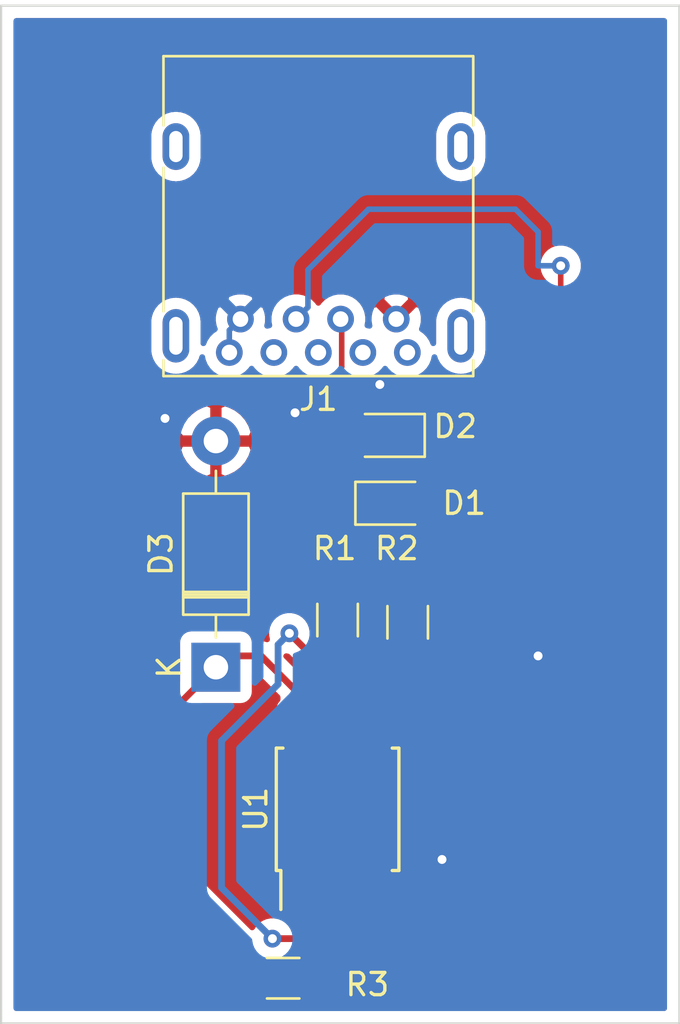
<source format=kicad_pcb>
(kicad_pcb (version 20171130) (host pcbnew "(5.1.12)-1")

  (general
    (thickness 1.6)
    (drawings 4)
    (tracks 96)
    (zones 0)
    (modules 8)
    (nets 12)
  )

  (page A4)
  (layers
    (0 F.Cu signal)
    (31 B.Cu signal)
    (32 B.Adhes user)
    (33 F.Adhes user)
    (34 B.Paste user)
    (35 F.Paste user)
    (36 B.SilkS user)
    (37 F.SilkS user)
    (38 B.Mask user)
    (39 F.Mask user)
    (40 Dwgs.User user)
    (41 Cmts.User user)
    (42 Eco1.User user)
    (43 Eco2.User user)
    (44 Edge.Cuts user)
    (45 Margin user)
    (46 B.CrtYd user)
    (47 F.CrtYd user)
    (48 B.Fab user)
    (49 F.Fab user)
  )

  (setup
    (last_trace_width 0.25)
    (user_trace_width 0.305)
    (trace_clearance 0.2)
    (zone_clearance 0.508)
    (zone_45_only no)
    (trace_min 0.2)
    (via_size 0.8)
    (via_drill 0.4)
    (via_min_size 0.4)
    (via_min_drill 0.3)
    (uvia_size 0.3)
    (uvia_drill 0.1)
    (uvias_allowed no)
    (uvia_min_size 0.2)
    (uvia_min_drill 0.1)
    (edge_width 0.05)
    (segment_width 0.2)
    (pcb_text_width 0.3)
    (pcb_text_size 1.5 1.5)
    (mod_edge_width 0.12)
    (mod_text_size 1 1)
    (mod_text_width 0.15)
    (pad_size 1.524 1.524)
    (pad_drill 0.762)
    (pad_to_mask_clearance 0)
    (aux_axis_origin 0 0)
    (visible_elements 7FFFFFFF)
    (pcbplotparams
      (layerselection 0x010fc_ffffffff)
      (usegerberextensions false)
      (usegerberattributes true)
      (usegerberadvancedattributes true)
      (creategerberjobfile true)
      (excludeedgelayer true)
      (linewidth 0.100000)
      (plotframeref false)
      (viasonmask false)
      (mode 1)
      (useauxorigin false)
      (hpglpennumber 1)
      (hpglpenspeed 20)
      (hpglpendiameter 15.000000)
      (psnegative false)
      (psa4output false)
      (plotreference true)
      (plotvalue true)
      (plotinvisibletext false)
      (padsonsilk false)
      (subtractmaskfromsilk false)
      (outputformat 1)
      (mirror false)
      (drillshape 1)
      (scaleselection 1)
      (outputdirectory ""))
  )

  (net 0 "")
  (net 1 "Net-(D1-Pad1)")
  (net 2 "Net-(D2-Pad1)")
  (net 3 "Net-(D3-Pad1)")
  (net 4 "Net-(R1-Pad1)")
  (net 5 "Net-(R2-Pad1)")
  (net 6 "Net-(U1-Pad7)")
  (net 7 "Net-(U1-Pad6)")
  (net 8 "Net-(U1-Pad5)")
  (net 9 "Net-(U1-Pad1)")
  (net 10 GND)
  (net 11 +5V)

  (net_class Default "This is the default net class."
    (clearance 0.2)
    (trace_width 0.25)
    (via_dia 0.8)
    (via_drill 0.4)
    (uvia_dia 0.3)
    (uvia_drill 0.1)
    (add_net +5V)
    (add_net GND)
    (add_net "Net-(D1-Pad1)")
    (add_net "Net-(D2-Pad1)")
    (add_net "Net-(D3-Pad1)")
    (add_net "Net-(R1-Pad1)")
    (add_net "Net-(R2-Pad1)")
    (add_net "Net-(U1-Pad1)")
    (add_net "Net-(U1-Pad5)")
    (add_net "Net-(U1-Pad6)")
    (add_net "Net-(U1-Pad7)")
  )

  (module Connector_USB:USB3_A_Molex_48393-001 (layer F.Cu) (tedit 5A142044) (tstamp 619AC2E4)
    (at 165.075 110.6 180)
    (descr "USB 3.0, type A, right angle (http://www.molex.com/pdm_docs/sd/483930003_sd.pdf)")
    (tags "USB 3.0 type A right angle")
    (path /619A616B)
    (fp_text reference J1 (at 3.5 -3.6) (layer F.SilkS)
      (effects (font (size 1 1) (thickness 0.15)))
    )
    (fp_text value USB_A (at -9.35 -4.2) (layer F.Fab)
      (effects (font (size 1 1) (thickness 0.15)))
    )
    (fp_text user %R (at 3.5 5) (layer F.Fab)
      (effects (font (size 1 1) (thickness 0.15)))
    )
    (fp_line (start -3.46 -2.56) (end -3.46 -1.85) (layer F.SilkS) (width 0.12))
    (fp_line (start 10.46 -2.56) (end 10.46 -1.85) (layer F.SilkS) (width 0.12))
    (fp_line (start -3.4 11.75) (end -3.4 -2.5) (layer F.Fab) (width 0.1))
    (fp_line (start 10.4 -2.5) (end 10.4 11.75) (layer F.Fab) (width 0.1))
    (fp_line (start -4 12.3) (end -4 -3) (layer F.CrtYd) (width 0.05))
    (fp_line (start 11 12.3) (end -4 12.3) (layer F.CrtYd) (width 0.05))
    (fp_line (start 11 -3) (end 11 12.3) (layer F.CrtYd) (width 0.05))
    (fp_line (start -4 -3) (end 11 -3) (layer F.CrtYd) (width 0.05))
    (fp_line (start -3.46 -2.56) (end 10.46 -2.56) (layer F.SilkS) (width 0.12))
    (fp_line (start 10.46 6.8) (end 10.46 0.35) (layer F.SilkS) (width 0.12))
    (fp_line (start -3.46 6.8) (end -3.46 0.35) (layer F.SilkS) (width 0.12))
    (fp_line (start -3.46 11.81) (end -3.46 8.7) (layer F.SilkS) (width 0.12))
    (fp_line (start 10.46 11.81) (end 10.46 8.7) (layer F.SilkS) (width 0.12))
    (fp_line (start -3.46 11.81) (end 10.46 11.81) (layer F.SilkS) (width 0.12))
    (fp_line (start 10.4 11.75) (end -3.4 11.75) (layer F.Fab) (width 0.1))
    (fp_line (start -3.4 -2.5) (end 10.4 -2.5) (layer F.Fab) (width 0.1))
    (pad 10 thru_hole oval (at -2.9 7.75 180) (size 1.2 2.1) (drill oval 0.6 1.4) (layers *.Cu *.Mask))
    (pad 10 thru_hole oval (at 9.9 7.75 180) (size 1.2 2.1) (drill oval 0.6 1.4) (layers *.Cu *.Mask))
    (pad 10 thru_hole oval (at -2.9 -0.75 180) (size 1.2 2.4) (drill oval 0.6 1.7) (layers *.Cu *.Mask))
    (pad 10 thru_hole oval (at 9.9 -0.75 180) (size 1.2 2.4) (drill oval 0.6 1.7) (layers *.Cu *.Mask))
    (pad 9 thru_hole circle (at -0.5 -1.5 180) (size 1.2 1.2) (drill 0.7) (layers *.Cu *.Mask))
    (pad 8 thru_hole circle (at 1.5 -1.5 180) (size 1.2 1.2) (drill 0.7) (layers *.Cu *.Mask))
    (pad 7 thru_hole circle (at 3.5 -1.5 180) (size 1.2 1.2) (drill 0.7) (layers *.Cu *.Mask))
    (pad 6 thru_hole circle (at 5.5 -1.5 180) (size 1.2 1.2) (drill 0.7) (layers *.Cu *.Mask))
    (pad 5 thru_hole circle (at 7.5 -1.5 180) (size 1.2 1.2) (drill 0.7) (layers *.Cu *.Mask)
      (net 10 GND))
    (pad 4 thru_hole circle (at 7 0 180) (size 1.2 1.2) (drill 0.7) (layers *.Cu *.Mask)
      (net 10 GND))
    (pad 3 thru_hole circle (at 4.5 0 180) (size 1.2 1.2) (drill 0.7) (layers *.Cu *.Mask)
      (net 2 "Net-(D2-Pad1)"))
    (pad 2 thru_hole circle (at 2.5 0 180) (size 1.2 1.2) (drill 0.7) (layers *.Cu *.Mask)
      (net 1 "Net-(D1-Pad1)"))
    (pad 1 thru_hole circle (at 0 0 180) (size 1.2 1.2) (drill 0.7) (layers *.Cu *.Mask)
      (net 11 +5V))
    (model ${KISYS3DMOD}/Connector_USB.3dshapes/USB3_A_Molex_48393-001.wrl
      (at (xyz 0 0 0))
      (scale (xyz 1 1 1))
      (rotate (xyz 0 0 0))
    )
    (model "D:/personal projects/usb_libs/48393-0003.stp"
      (offset (xyz 3.5 -12 0))
      (scale (xyz 1 1 1))
      (rotate (xyz -90 0 180))
    )
  )

  (module Package_SO:SOIJ-8_5.3x5.3mm_P1.27mm (layer F.Cu) (tedit 5A02F2D3) (tstamp 6195A0BB)
    (at 162.44 132.62 90)
    (descr "8-Lead Plastic Small Outline (SM) - Medium, 5.28 mm Body [SOIC] (see Microchip Packaging Specification 00000049BS.pdf)")
    (tags "SOIC 1.27")
    (path /61967782)
    (attr smd)
    (fp_text reference U1 (at 0 -3.68 90) (layer F.SilkS)
      (effects (font (size 1 1) (thickness 0.15)))
    )
    (fp_text value ATtiny85V-10SU (at 0 3.68 90) (layer F.Fab)
      (effects (font (size 1 1) (thickness 0.15)))
    )
    (fp_line (start -1.65 -2.65) (end 2.65 -2.65) (layer F.Fab) (width 0.15))
    (fp_line (start 2.65 -2.65) (end 2.65 2.65) (layer F.Fab) (width 0.15))
    (fp_line (start 2.65 2.65) (end -2.65 2.65) (layer F.Fab) (width 0.15))
    (fp_line (start -2.65 2.65) (end -2.65 -1.65) (layer F.Fab) (width 0.15))
    (fp_line (start -2.65 -1.65) (end -1.65 -2.65) (layer F.Fab) (width 0.15))
    (fp_line (start -4.75 -2.95) (end -4.75 2.95) (layer F.CrtYd) (width 0.05))
    (fp_line (start 4.75 -2.95) (end 4.75 2.95) (layer F.CrtYd) (width 0.05))
    (fp_line (start -4.75 -2.95) (end 4.75 -2.95) (layer F.CrtYd) (width 0.05))
    (fp_line (start -4.75 2.95) (end 4.75 2.95) (layer F.CrtYd) (width 0.05))
    (fp_line (start -2.75 -2.755) (end -2.75 -2.55) (layer F.SilkS) (width 0.15))
    (fp_line (start 2.75 -2.755) (end 2.75 -2.455) (layer F.SilkS) (width 0.15))
    (fp_line (start 2.75 2.755) (end 2.75 2.455) (layer F.SilkS) (width 0.15))
    (fp_line (start -2.75 2.755) (end -2.75 2.455) (layer F.SilkS) (width 0.15))
    (fp_line (start -2.75 -2.755) (end 2.75 -2.755) (layer F.SilkS) (width 0.15))
    (fp_line (start -2.75 2.755) (end 2.75 2.755) (layer F.SilkS) (width 0.15))
    (fp_line (start -2.75 -2.55) (end -4.5 -2.55) (layer F.SilkS) (width 0.15))
    (fp_text user %R (at 0 0 90) (layer F.Fab)
      (effects (font (size 1 1) (thickness 0.15)))
    )
    (pad 8 smd rect (at 3.65 -1.905 90) (size 1.7 0.65) (layers F.Cu F.Paste F.Mask)
      (net 3 "Net-(D3-Pad1)"))
    (pad 7 smd rect (at 3.65 -0.635 90) (size 1.7 0.65) (layers F.Cu F.Paste F.Mask)
      (net 6 "Net-(U1-Pad7)"))
    (pad 6 smd rect (at 3.65 0.635 90) (size 1.7 0.65) (layers F.Cu F.Paste F.Mask)
      (net 7 "Net-(U1-Pad6)"))
    (pad 5 smd rect (at 3.65 1.905 90) (size 1.7 0.65) (layers F.Cu F.Paste F.Mask)
      (net 8 "Net-(U1-Pad5)"))
    (pad 4 smd rect (at -3.65 1.905 90) (size 1.7 0.65) (layers F.Cu F.Paste F.Mask)
      (net 10 GND))
    (pad 3 smd rect (at -3.65 0.635 90) (size 1.7 0.65) (layers F.Cu F.Paste F.Mask)
      (net 5 "Net-(R2-Pad1)"))
    (pad 2 smd rect (at -3.65 -0.635 90) (size 1.7 0.65) (layers F.Cu F.Paste F.Mask)
      (net 4 "Net-(R1-Pad1)"))
    (pad 1 smd rect (at -3.65 -1.905 90) (size 1.7 0.65) (layers F.Cu F.Paste F.Mask)
      (net 9 "Net-(U1-Pad1)"))
    (model ${KISYS3DMOD}/Package_SO.3dshapes/SOIJ-8_5.3x5.3mm_P1.27mm.wrl
      (at (xyz 0 0 0))
      (scale (xyz 1 1 1))
      (rotate (xyz 0 0 0))
    )
  )

  (module Resistor_SMD:R_1206_3216Metric_Pad1.30x1.75mm_HandSolder (layer F.Cu) (tedit 5F68FEEE) (tstamp 6195A09E)
    (at 159.994 140.208)
    (descr "Resistor SMD 1206 (3216 Metric), square (rectangular) end terminal, IPC_7351 nominal with elongated pad for handsoldering. (Body size source: IPC-SM-782 page 72, https://www.pcb-3d.com/wordpress/wp-content/uploads/ipc-sm-782a_amendment_1_and_2.pdf), generated with kicad-footprint-generator")
    (tags "resistor handsolder")
    (path /6196CE37)
    (attr smd)
    (fp_text reference R3 (at 3.784 0.284) (layer F.SilkS)
      (effects (font (size 1 1) (thickness 0.15)))
    )
    (fp_text value 1k (at 5.868 1.016) (layer F.Fab)
      (effects (font (size 1 1) (thickness 0.15)))
    )
    (fp_line (start -1.6 0.8) (end -1.6 -0.8) (layer F.Fab) (width 0.1))
    (fp_line (start -1.6 -0.8) (end 1.6 -0.8) (layer F.Fab) (width 0.1))
    (fp_line (start 1.6 -0.8) (end 1.6 0.8) (layer F.Fab) (width 0.1))
    (fp_line (start 1.6 0.8) (end -1.6 0.8) (layer F.Fab) (width 0.1))
    (fp_line (start -0.727064 -0.91) (end 0.727064 -0.91) (layer F.SilkS) (width 0.12))
    (fp_line (start -0.727064 0.91) (end 0.727064 0.91) (layer F.SilkS) (width 0.12))
    (fp_line (start -2.45 1.12) (end -2.45 -1.12) (layer F.CrtYd) (width 0.05))
    (fp_line (start -2.45 -1.12) (end 2.45 -1.12) (layer F.CrtYd) (width 0.05))
    (fp_line (start 2.45 -1.12) (end 2.45 1.12) (layer F.CrtYd) (width 0.05))
    (fp_line (start 2.45 1.12) (end -2.45 1.12) (layer F.CrtYd) (width 0.05))
    (fp_text user %R (at 0 0) (layer F.Fab)
      (effects (font (size 0.8 0.8) (thickness 0.12)))
    )
    (pad 2 smd roundrect (at 1.55 0) (size 1.3 1.75) (layers F.Cu F.Paste F.Mask) (roundrect_rratio 0.192308)
      (net 4 "Net-(R1-Pad1)"))
    (pad 1 smd roundrect (at -1.55 0) (size 1.3 1.75) (layers F.Cu F.Paste F.Mask) (roundrect_rratio 0.192308)
      (net 3 "Net-(D3-Pad1)"))
    (model ${KISYS3DMOD}/Resistor_SMD.3dshapes/R_1206_3216Metric.wrl
      (at (xyz 0 0 0))
      (scale (xyz 1 1 1))
      (rotate (xyz 0 0 0))
    )
  )

  (module Resistor_SMD:R_1206_3216Metric_Pad1.30x1.75mm_HandSolder (layer F.Cu) (tedit 5F68FEEE) (tstamp 6195A08D)
    (at 165.59 124.22 90)
    (descr "Resistor SMD 1206 (3216 Metric), square (rectangular) end terminal, IPC_7351 nominal with elongated pad for handsoldering. (Body size source: IPC-SM-782 page 72, https://www.pcb-3d.com/wordpress/wp-content/uploads/ipc-sm-782a_amendment_1_and_2.pdf), generated with kicad-footprint-generator")
    (tags "resistor handsolder")
    (path /6196FBC6)
    (attr smd)
    (fp_text reference R2 (at 3.316 -0.49 180) (layer F.SilkS)
      (effects (font (size 1 1) (thickness 0.15)))
    )
    (fp_text value 47k (at 0 1.82 90) (layer F.Fab)
      (effects (font (size 1 1) (thickness 0.15)))
    )
    (fp_line (start -1.6 0.8) (end -1.6 -0.8) (layer F.Fab) (width 0.1))
    (fp_line (start -1.6 -0.8) (end 1.6 -0.8) (layer F.Fab) (width 0.1))
    (fp_line (start 1.6 -0.8) (end 1.6 0.8) (layer F.Fab) (width 0.1))
    (fp_line (start 1.6 0.8) (end -1.6 0.8) (layer F.Fab) (width 0.1))
    (fp_line (start -0.727064 -0.91) (end 0.727064 -0.91) (layer F.SilkS) (width 0.12))
    (fp_line (start -0.727064 0.91) (end 0.727064 0.91) (layer F.SilkS) (width 0.12))
    (fp_line (start -2.45 1.12) (end -2.45 -1.12) (layer F.CrtYd) (width 0.05))
    (fp_line (start -2.45 -1.12) (end 2.45 -1.12) (layer F.CrtYd) (width 0.05))
    (fp_line (start 2.45 -1.12) (end 2.45 1.12) (layer F.CrtYd) (width 0.05))
    (fp_line (start 2.45 1.12) (end -2.45 1.12) (layer F.CrtYd) (width 0.05))
    (fp_text user %R (at 0 0 90) (layer F.Fab)
      (effects (font (size 0.8 0.8) (thickness 0.12)))
    )
    (pad 2 smd roundrect (at 1.55 0 90) (size 1.3 1.75) (layers F.Cu F.Paste F.Mask) (roundrect_rratio 0.192308)
      (net 2 "Net-(D2-Pad1)"))
    (pad 1 smd roundrect (at -1.55 0 90) (size 1.3 1.75) (layers F.Cu F.Paste F.Mask) (roundrect_rratio 0.192308)
      (net 5 "Net-(R2-Pad1)"))
    (model ${KISYS3DMOD}/Resistor_SMD.3dshapes/R_1206_3216Metric.wrl
      (at (xyz 0 0 0))
      (scale (xyz 1 1 1))
      (rotate (xyz 0 0 0))
    )
  )

  (module Resistor_SMD:R_1206_3216Metric_Pad1.30x1.75mm_HandSolder (layer F.Cu) (tedit 5F68FEEE) (tstamp 6195A07C)
    (at 162.44 124.12 90)
    (descr "Resistor SMD 1206 (3216 Metric), square (rectangular) end terminal, IPC_7351 nominal with elongated pad for handsoldering. (Body size source: IPC-SM-782 page 72, https://www.pcb-3d.com/wordpress/wp-content/uploads/ipc-sm-782a_amendment_1_and_2.pdf), generated with kicad-footprint-generator")
    (tags "resistor handsolder")
    (path /6196DCF4)
    (attr smd)
    (fp_text reference R1 (at 3.216 -0.134 180) (layer F.SilkS)
      (effects (font (size 1 1) (thickness 0.15)))
    )
    (fp_text value 47k (at 0 1.82 90) (layer F.Fab)
      (effects (font (size 1 1) (thickness 0.15)))
    )
    (fp_line (start -1.6 0.8) (end -1.6 -0.8) (layer F.Fab) (width 0.1))
    (fp_line (start -1.6 -0.8) (end 1.6 -0.8) (layer F.Fab) (width 0.1))
    (fp_line (start 1.6 -0.8) (end 1.6 0.8) (layer F.Fab) (width 0.1))
    (fp_line (start 1.6 0.8) (end -1.6 0.8) (layer F.Fab) (width 0.1))
    (fp_line (start -0.727064 -0.91) (end 0.727064 -0.91) (layer F.SilkS) (width 0.12))
    (fp_line (start -0.727064 0.91) (end 0.727064 0.91) (layer F.SilkS) (width 0.12))
    (fp_line (start -2.45 1.12) (end -2.45 -1.12) (layer F.CrtYd) (width 0.05))
    (fp_line (start -2.45 -1.12) (end 2.45 -1.12) (layer F.CrtYd) (width 0.05))
    (fp_line (start 2.45 -1.12) (end 2.45 1.12) (layer F.CrtYd) (width 0.05))
    (fp_line (start 2.45 1.12) (end -2.45 1.12) (layer F.CrtYd) (width 0.05))
    (fp_text user %R (at 0 0 90) (layer F.Fab)
      (effects (font (size 0.8 0.8) (thickness 0.12)))
    )
    (pad 2 smd roundrect (at 1.55 0 90) (size 1.3 1.75) (layers F.Cu F.Paste F.Mask) (roundrect_rratio 0.192308)
      (net 1 "Net-(D1-Pad1)"))
    (pad 1 smd roundrect (at -1.55 0 90) (size 1.3 1.75) (layers F.Cu F.Paste F.Mask) (roundrect_rratio 0.192308)
      (net 4 "Net-(R1-Pad1)"))
    (model ${KISYS3DMOD}/Resistor_SMD.3dshapes/R_1206_3216Metric.wrl
      (at (xyz 0 0 0))
      (scale (xyz 1 1 1))
      (rotate (xyz 0 0 0))
    )
  )

  (module Diode_THT:D_DO-41_SOD81_P10.16mm_Horizontal (layer F.Cu) (tedit 5AE50CD5) (tstamp 6195A04C)
    (at 156.972 126.238 90)
    (descr "Diode, DO-41_SOD81 series, Axial, Horizontal, pin pitch=10.16mm, , length*diameter=5.2*2.7mm^2, , http://www.diodes.com/_files/packages/DO-41%20(Plastic).pdf")
    (tags "Diode DO-41_SOD81 series Axial Horizontal pin pitch 10.16mm  length 5.2mm diameter 2.7mm")
    (path /6196A25F)
    (fp_text reference D3 (at 5.08 -2.47 90) (layer F.SilkS)
      (effects (font (size 1 1) (thickness 0.15)))
    )
    (fp_text value 1N5819 (at 5.08 2.47 90) (layer F.Fab)
      (effects (font (size 1 1) (thickness 0.15)))
    )
    (fp_line (start 2.48 -1.35) (end 2.48 1.35) (layer F.Fab) (width 0.1))
    (fp_line (start 2.48 1.35) (end 7.68 1.35) (layer F.Fab) (width 0.1))
    (fp_line (start 7.68 1.35) (end 7.68 -1.35) (layer F.Fab) (width 0.1))
    (fp_line (start 7.68 -1.35) (end 2.48 -1.35) (layer F.Fab) (width 0.1))
    (fp_line (start 0 0) (end 2.48 0) (layer F.Fab) (width 0.1))
    (fp_line (start 10.16 0) (end 7.68 0) (layer F.Fab) (width 0.1))
    (fp_line (start 3.26 -1.35) (end 3.26 1.35) (layer F.Fab) (width 0.1))
    (fp_line (start 3.36 -1.35) (end 3.36 1.35) (layer F.Fab) (width 0.1))
    (fp_line (start 3.16 -1.35) (end 3.16 1.35) (layer F.Fab) (width 0.1))
    (fp_line (start 2.36 -1.47) (end 2.36 1.47) (layer F.SilkS) (width 0.12))
    (fp_line (start 2.36 1.47) (end 7.8 1.47) (layer F.SilkS) (width 0.12))
    (fp_line (start 7.8 1.47) (end 7.8 -1.47) (layer F.SilkS) (width 0.12))
    (fp_line (start 7.8 -1.47) (end 2.36 -1.47) (layer F.SilkS) (width 0.12))
    (fp_line (start 1.34 0) (end 2.36 0) (layer F.SilkS) (width 0.12))
    (fp_line (start 8.82 0) (end 7.8 0) (layer F.SilkS) (width 0.12))
    (fp_line (start 3.26 -1.47) (end 3.26 1.47) (layer F.SilkS) (width 0.12))
    (fp_line (start 3.38 -1.47) (end 3.38 1.47) (layer F.SilkS) (width 0.12))
    (fp_line (start 3.14 -1.47) (end 3.14 1.47) (layer F.SilkS) (width 0.12))
    (fp_line (start -1.35 -1.6) (end -1.35 1.6) (layer F.CrtYd) (width 0.05))
    (fp_line (start -1.35 1.6) (end 11.51 1.6) (layer F.CrtYd) (width 0.05))
    (fp_line (start 11.51 1.6) (end 11.51 -1.6) (layer F.CrtYd) (width 0.05))
    (fp_line (start 11.51 -1.6) (end -1.35 -1.6) (layer F.CrtYd) (width 0.05))
    (fp_text user K (at 0 -2.1 90) (layer F.SilkS)
      (effects (font (size 1 1) (thickness 0.15)))
    )
    (fp_text user K (at 0 -2.1 90) (layer F.Fab)
      (effects (font (size 1 1) (thickness 0.15)))
    )
    (fp_text user %R (at 5.47 0 90) (layer F.Fab)
      (effects (font (size 1 1) (thickness 0.15)))
    )
    (pad 2 thru_hole oval (at 10.16 0 90) (size 2.2 2.2) (drill 1.1) (layers *.Cu *.Mask)
      (net 11 +5V))
    (pad 1 thru_hole rect (at 0 0 90) (size 2.2 2.2) (drill 1.1) (layers *.Cu *.Mask)
      (net 3 "Net-(D3-Pad1)"))
    (model ${KISYS3DMOD}/Diode_THT.3dshapes/D_DO-41_SOD81_P10.16mm_Horizontal.wrl
      (at (xyz 0 0 0))
      (scale (xyz 1 1 1))
      (rotate (xyz 0 0 0))
    )
  )

  (module Diode_SMD:D_0805_2012Metric (layer F.Cu) (tedit 5F68FEF0) (tstamp 6195A02D)
    (at 164.6705 115.824 180)
    (descr "Diode SMD 0805 (2012 Metric), square (rectangular) end terminal, IPC_7351 nominal, (Body size source: https://docs.google.com/spreadsheets/d/1BsfQQcO9C6DZCsRaXUlFlo91Tg2WpOkGARC1WS5S8t0/edit?usp=sharing), generated with kicad-footprint-generator")
    (tags diode)
    (path /61970781)
    (attr smd)
    (fp_text reference D2 (at -3.0535 0.404) (layer F.SilkS)
      (effects (font (size 1 1) (thickness 0.15)))
    )
    (fp_text value D_Zener (at 0 1.65) (layer F.Fab)
      (effects (font (size 1 1) (thickness 0.15)))
    )
    (fp_line (start 1 -0.6) (end -0.7 -0.6) (layer F.Fab) (width 0.1))
    (fp_line (start -0.7 -0.6) (end -1 -0.3) (layer F.Fab) (width 0.1))
    (fp_line (start -1 -0.3) (end -1 0.6) (layer F.Fab) (width 0.1))
    (fp_line (start -1 0.6) (end 1 0.6) (layer F.Fab) (width 0.1))
    (fp_line (start 1 0.6) (end 1 -0.6) (layer F.Fab) (width 0.1))
    (fp_line (start 1 -0.96) (end -1.685 -0.96) (layer F.SilkS) (width 0.12))
    (fp_line (start -1.685 -0.96) (end -1.685 0.96) (layer F.SilkS) (width 0.12))
    (fp_line (start -1.685 0.96) (end 1 0.96) (layer F.SilkS) (width 0.12))
    (fp_line (start -1.68 0.95) (end -1.68 -0.95) (layer F.CrtYd) (width 0.05))
    (fp_line (start -1.68 -0.95) (end 1.68 -0.95) (layer F.CrtYd) (width 0.05))
    (fp_line (start 1.68 -0.95) (end 1.68 0.95) (layer F.CrtYd) (width 0.05))
    (fp_line (start 1.68 0.95) (end -1.68 0.95) (layer F.CrtYd) (width 0.05))
    (fp_text user %R (at 0 0) (layer F.Fab)
      (effects (font (size 0.5 0.5) (thickness 0.08)))
    )
    (pad 2 smd roundrect (at 0.9375 0 180) (size 0.975 1.4) (layers F.Cu F.Paste F.Mask) (roundrect_rratio 0.25)
      (net 10 GND))
    (pad 1 smd roundrect (at -0.9375 0 180) (size 0.975 1.4) (layers F.Cu F.Paste F.Mask) (roundrect_rratio 0.25)
      (net 2 "Net-(D2-Pad1)"))
    (model ${KISYS3DMOD}/Diode_SMD.3dshapes/D_0805_2012Metric.wrl
      (at (xyz 0 0 0))
      (scale (xyz 1 1 1))
      (rotate (xyz 0 0 0))
    )
  )

  (module Diode_SMD:D_0805_2012Metric (layer F.Cu) (tedit 5F68FEF0) (tstamp 6195A01A)
    (at 164.9245 118.872)
    (descr "Diode SMD 0805 (2012 Metric), square (rectangular) end terminal, IPC_7351 nominal, (Body size source: https://docs.google.com/spreadsheets/d/1BsfQQcO9C6DZCsRaXUlFlo91Tg2WpOkGARC1WS5S8t0/edit?usp=sharing), generated with kicad-footprint-generator")
    (tags diode)
    (path /6196E4C8)
    (attr smd)
    (fp_text reference D1 (at 3.2035 -0.002) (layer F.SilkS)
      (effects (font (size 1 1) (thickness 0.15)))
    )
    (fp_text value D_Zener (at 0 1.65) (layer F.Fab)
      (effects (font (size 1 1) (thickness 0.15)))
    )
    (fp_line (start 1 -0.6) (end -0.7 -0.6) (layer F.Fab) (width 0.1))
    (fp_line (start -0.7 -0.6) (end -1 -0.3) (layer F.Fab) (width 0.1))
    (fp_line (start -1 -0.3) (end -1 0.6) (layer F.Fab) (width 0.1))
    (fp_line (start -1 0.6) (end 1 0.6) (layer F.Fab) (width 0.1))
    (fp_line (start 1 0.6) (end 1 -0.6) (layer F.Fab) (width 0.1))
    (fp_line (start 1 -0.96) (end -1.685 -0.96) (layer F.SilkS) (width 0.12))
    (fp_line (start -1.685 -0.96) (end -1.685 0.96) (layer F.SilkS) (width 0.12))
    (fp_line (start -1.685 0.96) (end 1 0.96) (layer F.SilkS) (width 0.12))
    (fp_line (start -1.68 0.95) (end -1.68 -0.95) (layer F.CrtYd) (width 0.05))
    (fp_line (start -1.68 -0.95) (end 1.68 -0.95) (layer F.CrtYd) (width 0.05))
    (fp_line (start 1.68 -0.95) (end 1.68 0.95) (layer F.CrtYd) (width 0.05))
    (fp_line (start 1.68 0.95) (end -1.68 0.95) (layer F.CrtYd) (width 0.05))
    (fp_text user %R (at 0 0) (layer F.Fab)
      (effects (font (size 0.5 0.5) (thickness 0.08)))
    )
    (pad 2 smd roundrect (at 0.9375 0) (size 0.975 1.4) (layers F.Cu F.Paste F.Mask) (roundrect_rratio 0.25)
      (net 10 GND))
    (pad 1 smd roundrect (at -0.9375 0) (size 0.975 1.4) (layers F.Cu F.Paste F.Mask) (roundrect_rratio 0.25)
      (net 1 "Net-(D1-Pad1)"))
    (model ${KISYS3DMOD}/Diode_SMD.3dshapes/D_0805_2012Metric.wrl
      (at (xyz 0 0 0))
      (scale (xyz 1 1 1))
      (rotate (xyz 0 0 0))
    )
  )

  (gr_line (start 177.8 96.52) (end 177.8 142.24) (layer Edge.Cuts) (width 0.1))
  (gr_line (start 147.32 96.52) (end 177.8 96.52) (layer Edge.Cuts) (width 0.1))
  (gr_line (start 147.32 142.24) (end 147.32 96.52) (layer Edge.Cuts) (width 0.1))
  (gr_line (start 177.8 142.24) (end 147.32 142.24) (layer Edge.Cuts) (width 0.1))

  (segment (start 162.716296 118.872) (end 161.495148 117.650852) (width 0.305) (layer F.Cu) (net 1))
  (segment (start 163.987 118.872) (end 162.716296 118.872) (width 0.305) (layer F.Cu) (net 1))
  (segment (start 160.782 118.364) (end 161.495148 117.650852) (width 0.305) (layer F.Cu) (net 1))
  (segment (start 160.782 120.912) (end 160.782 118.364) (width 0.305) (layer F.Cu) (net 1))
  (segment (start 162.44 122.57) (end 160.782 120.912) (width 0.305) (layer F.Cu) (net 1))
  (segment (start 162.625 112.738348) (end 162.625 110.65) (width 0.25) (layer F.Cu) (net 1))
  (segment (start 162.55 113.05) (end 162.625 112.738348) (width 0.25) (layer F.Cu) (net 1))
  (segment (start 160.179999 114.082999) (end 161.6 114.05) (width 0.25) (layer F.Cu) (net 1))
  (segment (start 159.802999 114.459999) (end 160.179999 114.082999) (width 0.25) (layer F.Cu) (net 1))
  (segment (start 161.6 114.05) (end 162.55 113.05) (width 0.25) (layer F.Cu) (net 1))
  (segment (start 159.802999 115.958703) (end 159.802999 114.459999) (width 0.25) (layer F.Cu) (net 1))
  (segment (start 162.625 110.65) (end 162.575 110.6) (width 0.25) (layer F.Cu) (net 1))
  (segment (start 161.495148 117.650852) (end 159.802999 115.958703) (width 0.25) (layer F.Cu) (net 1))
  (segment (start 165.59 122.67) (end 165.59 121.938) (width 0.305) (layer F.Cu) (net 2))
  (segment (start 165.59 121.938) (end 167.386 120.142) (width 0.305) (layer F.Cu) (net 2))
  (segment (start 167.386 117.602) (end 165.608 115.824) (width 0.305) (layer F.Cu) (net 2))
  (segment (start 167.386 120.142) (end 167.386 117.602) (width 0.305) (layer F.Cu) (net 2))
  (segment (start 165.608 115.824) (end 166.878 114.554) (width 0.25) (layer F.Cu) (net 2))
  (segment (start 166.878 114.554) (end 168.91 114.554) (width 0.25) (layer F.Cu) (net 2))
  (via (at 172.466 108.204) (size 0.8) (drill 0.4) (layers F.Cu B.Cu) (net 2))
  (segment (start 172.466 110.998) (end 172.466 108.204) (width 0.25) (layer F.Cu) (net 2))
  (segment (start 168.91 114.554) (end 172.466 110.998) (width 0.25) (layer F.Cu) (net 2))
  (segment (start 163.83 105.664) (end 161.108 108.386) (width 0.25) (layer B.Cu) (net 2))
  (segment (start 170.434 105.664) (end 163.83 105.664) (width 0.25) (layer B.Cu) (net 2))
  (segment (start 171.45 108.204) (end 171.45 106.68) (width 0.25) (layer B.Cu) (net 2))
  (segment (start 171.45 106.68) (end 170.434 105.664) (width 0.25) (layer B.Cu) (net 2))
  (segment (start 172.466 108.204) (end 171.45 108.204) (width 0.25) (layer B.Cu) (net 2))
  (segment (start 161.108 110.067) (end 160.575 110.6) (width 0.25) (layer B.Cu) (net 2))
  (segment (start 161.108 108.386) (end 161.108 110.067) (width 0.25) (layer B.Cu) (net 2))
  (segment (start 160.535 128.97) (end 160.535 127.261) (width 0.305) (layer F.Cu) (net 3))
  (segment (start 160.535 127.261) (end 159.004 125.73) (width 0.305) (layer F.Cu) (net 3))
  (segment (start 157.48 125.73) (end 156.972 126.238) (width 0.305) (layer F.Cu) (net 3))
  (segment (start 159.004 125.73) (end 157.48 125.73) (width 0.305) (layer F.Cu) (net 3))
  (segment (start 155.194 128.016) (end 156.972 126.238) (width 0.305) (layer F.Cu) (net 3))
  (segment (start 155.194 135.636) (end 155.194 128.016) (width 0.305) (layer F.Cu) (net 3))
  (segment (start 158.444 138.886) (end 155.194 135.636) (width 0.305) (layer F.Cu) (net 3))
  (segment (start 158.444 140.208) (end 158.444 138.886) (width 0.305) (layer F.Cu) (net 3))
  (segment (start 161.544 138.43) (end 161.544 140.208) (width 0.305) (layer F.Cu) (net 4))
  (segment (start 161.805 138.169) (end 161.544 138.43) (width 0.305) (layer F.Cu) (net 4))
  (via (at 160.274 124.714) (size 0.8) (drill 0.4) (layers F.Cu B.Cu) (net 4))
  (segment (start 161.23 125.67) (end 160.274 124.714) (width 0.305) (layer F.Cu) (net 4))
  (segment (start 162.44 125.67) (end 161.23 125.67) (width 0.305) (layer F.Cu) (net 4))
  (segment (start 160.274 124.714) (end 159.766 125.222) (width 0.305) (layer B.Cu) (net 4))
  (segment (start 159.766 125.222) (end 159.766 127) (width 0.305) (layer B.Cu) (net 4))
  (segment (start 159.766 127) (end 157.226 129.54) (width 0.305) (layer B.Cu) (net 4))
  (via (at 159.512 138.43) (size 0.8) (drill 0.4) (layers F.Cu B.Cu) (net 4))
  (segment (start 157.226 136.144) (end 159.512 138.43) (width 0.305) (layer B.Cu) (net 4))
  (segment (start 157.226 129.54) (end 157.226 136.144) (width 0.305) (layer B.Cu) (net 4))
  (segment (start 159.512 138.43) (end 161.29 138.43) (width 0.305) (layer F.Cu) (net 4))
  (segment (start 161.805 137.915) (end 161.805 137.675) (width 0.305) (layer F.Cu) (net 4))
  (segment (start 161.29 138.43) (end 161.805 137.915) (width 0.305) (layer F.Cu) (net 4))
  (segment (start 161.805 137.675) (end 161.805 138.169) (width 0.305) (layer F.Cu) (net 4))
  (segment (start 161.805 136.27) (end 161.805 137.675) (width 0.305) (layer F.Cu) (net 4))
  (segment (start 163.075 136.27) (end 163.075 138.183) (width 0.305) (layer F.Cu) (net 5))
  (segment (start 163.075 138.183) (end 163.576 138.684) (width 0.305) (layer F.Cu) (net 5))
  (segment (start 163.576 138.684) (end 166.624 138.684) (width 0.305) (layer F.Cu) (net 5))
  (segment (start 166.624 138.684) (end 168.656 136.652) (width 0.305) (layer F.Cu) (net 5))
  (segment (start 168.656 128.836) (end 165.59 125.77) (width 0.305) (layer F.Cu) (net 5))
  (segment (start 168.656 136.652) (end 168.656 128.836) (width 0.305) (layer F.Cu) (net 5))
  (via (at 154.686 115.062) (size 0.8) (drill 0.4) (layers F.Cu B.Cu) (net 10))
  (via (at 171.45 125.73) (size 0.8) (drill 0.4) (layers F.Cu B.Cu) (net 10))
  (via (at 164.338 113.538) (size 0.8) (drill 0.4) (layers F.Cu B.Cu) (net 10))
  (via (at 167.132 134.874) (size 0.8) (drill 0.4) (layers F.Cu B.Cu) (net 10))
  (segment (start 167.132 130.048) (end 171.45 125.73) (width 0.305) (layer B.Cu) (net 10))
  (segment (start 167.132 134.874) (end 167.132 130.048) (width 0.305) (layer B.Cu) (net 10))
  (segment (start 167.132 137.244666) (end 167.132 134.874) (width 0.305) (layer F.Cu) (net 10))
  (segment (start 166.200666 138.176) (end 167.132 137.244666) (width 0.305) (layer F.Cu) (net 10))
  (segment (start 164.846 138.176) (end 166.200666 138.176) (width 0.305) (layer F.Cu) (net 10))
  (segment (start 164.345 137.675) (end 164.846 138.176) (width 0.305) (layer F.Cu) (net 10))
  (segment (start 164.345 136.27) (end 164.345 137.675) (width 0.305) (layer F.Cu) (net 10))
  (segment (start 164.592 113.284) (end 164.338 113.538) (width 0.305) (layer B.Cu) (net 10))
  (segment (start 167.894 113.284) (end 164.592 113.284) (width 0.305) (layer B.Cu) (net 10))
  (segment (start 171.45 116.84) (end 167.894 113.284) (width 0.305) (layer B.Cu) (net 10))
  (segment (start 171.45 125.73) (end 171.45 116.84) (width 0.305) (layer B.Cu) (net 10))
  (via (at 160.528 114.808) (size 0.8) (drill 0.4) (layers F.Cu B.Cu) (net 10))
  (segment (start 154.686 115.062) (end 155.848003 113.899997) (width 0.305) (layer B.Cu) (net 10))
  (segment (start 159.619997 113.899997) (end 160.528 114.808) (width 0.305) (layer B.Cu) (net 10))
  (segment (start 155.848003 113.899997) (end 159.619997 113.899997) (width 0.305) (layer B.Cu) (net 10))
  (segment (start 163.733 115.824) (end 161.798 115.824) (width 0.305) (layer F.Cu) (net 10))
  (segment (start 160.782 114.808) (end 160.528 114.808) (width 0.305) (layer F.Cu) (net 10))
  (segment (start 161.798 115.824) (end 160.782 114.808) (width 0.305) (layer F.Cu) (net 10))
  (segment (start 161.798 113.538) (end 160.528 114.808) (width 0.305) (layer B.Cu) (net 10))
  (segment (start 164.338 113.538) (end 161.798 113.538) (width 0.305) (layer B.Cu) (net 10))
  (segment (start 165.862 118.872) (end 165.862 117.856) (width 0.305) (layer F.Cu) (net 10))
  (segment (start 165.862 117.856) (end 165.354 117.348) (width 0.305) (layer F.Cu) (net 10))
  (segment (start 165.354 117.348) (end 163.83 117.348) (width 0.305) (layer F.Cu) (net 10))
  (segment (start 163.733 117.251) (end 163.733 115.824) (width 0.305) (layer F.Cu) (net 10))
  (segment (start 163.83 117.348) (end 163.733 117.251) (width 0.305) (layer F.Cu) (net 10))
  (segment (start 157.575 111.1) (end 158.075 110.6) (width 0.25) (layer B.Cu) (net 10))
  (segment (start 157.575 112.1) (end 157.575 111.1) (width 0.25) (layer B.Cu) (net 10))
  (segment (start 165.075 110.6) (end 163.4 108.925) (width 0.25) (layer F.Cu) (net 11))
  (segment (start 163.4 108.925) (end 153.75 108.925) (width 0.25) (layer F.Cu) (net 11))
  (segment (start 153.75 108.925) (end 150.85 111.825) (width 0.25) (layer F.Cu) (net 11))
  (segment (start 150.85 111.825) (end 150.85 114.35) (width 0.25) (layer F.Cu) (net 11))
  (segment (start 152.578 116.078) (end 156.972 116.078) (width 0.25) (layer F.Cu) (net 11))
  (segment (start 150.85 114.35) (end 152.578 116.078) (width 0.25) (layer F.Cu) (net 11))

  (zone (net 10) (net_name GND) (layer B.Cu) (tstamp 6196B0FF) (hatch edge 0.508)
    (connect_pads (clearance 0.508))
    (min_thickness 0.254)
    (fill yes (arc_segments 32) (thermal_gap 0.508) (thermal_bridge_width 0.508))
    (polygon
      (pts
        (xy 177.8 142.24) (xy 147.32 142.24) (xy 147.32 96.52) (xy 177.8 96.52)
      )
    )
    (filled_polygon
      (pts
        (xy 177.115001 141.555) (xy 148.005 141.555) (xy 148.005 125.138) (xy 155.233928 125.138) (xy 155.233928 127.338)
        (xy 155.246188 127.462482) (xy 155.282498 127.58218) (xy 155.341463 127.692494) (xy 155.420815 127.789185) (xy 155.517506 127.868537)
        (xy 155.62782 127.927502) (xy 155.747518 127.963812) (xy 155.872 127.976072) (xy 157.676236 127.976072) (xy 156.696515 128.955793)
        (xy 156.666459 128.980459) (xy 156.596779 129.065366) (xy 156.56805 129.100372) (xy 156.528964 129.173497) (xy 156.494925 129.23718)
        (xy 156.449895 129.385624) (xy 156.4385 129.501317) (xy 156.43469 129.54) (xy 156.4385 129.57868) (xy 156.438501 136.10531)
        (xy 156.43469 136.144) (xy 156.449896 136.298376) (xy 156.494926 136.446821) (xy 156.56805 136.583628) (xy 156.61749 136.64387)
        (xy 156.66646 136.703541) (xy 156.696511 136.728203) (xy 158.477 138.508693) (xy 158.477 138.531939) (xy 158.516774 138.731898)
        (xy 158.594795 138.920256) (xy 158.708063 139.089774) (xy 158.852226 139.233937) (xy 159.021744 139.347205) (xy 159.210102 139.425226)
        (xy 159.410061 139.465) (xy 159.613939 139.465) (xy 159.813898 139.425226) (xy 160.002256 139.347205) (xy 160.171774 139.233937)
        (xy 160.315937 139.089774) (xy 160.429205 138.920256) (xy 160.507226 138.731898) (xy 160.547 138.531939) (xy 160.547 138.328061)
        (xy 160.507226 138.128102) (xy 160.429205 137.939744) (xy 160.315937 137.770226) (xy 160.171774 137.626063) (xy 160.002256 137.512795)
        (xy 159.813898 137.434774) (xy 159.613939 137.395) (xy 159.590693 137.395) (xy 158.0135 135.817808) (xy 158.0135 129.866192)
        (xy 160.29549 127.584203) (xy 160.325541 127.559541) (xy 160.42395 127.439628) (xy 160.497075 127.302821) (xy 160.542105 127.154377)
        (xy 160.5535 127.038683) (xy 160.5535 127.038682) (xy 160.55731 127.000001) (xy 160.5535 126.96132) (xy 160.5535 125.713681)
        (xy 160.575898 125.709226) (xy 160.764256 125.631205) (xy 160.933774 125.517937) (xy 161.077937 125.373774) (xy 161.191205 125.204256)
        (xy 161.269226 125.015898) (xy 161.309 124.815939) (xy 161.309 124.612061) (xy 161.269226 124.412102) (xy 161.191205 124.223744)
        (xy 161.077937 124.054226) (xy 160.933774 123.910063) (xy 160.764256 123.796795) (xy 160.575898 123.718774) (xy 160.375939 123.679)
        (xy 160.172061 123.679) (xy 159.972102 123.718774) (xy 159.783744 123.796795) (xy 159.614226 123.910063) (xy 159.470063 124.054226)
        (xy 159.356795 124.223744) (xy 159.278774 124.412102) (xy 159.239 124.612061) (xy 159.239 124.635308) (xy 159.236515 124.637793)
        (xy 159.206459 124.662459) (xy 159.136779 124.747366) (xy 159.10805 124.782372) (xy 159.068964 124.855497) (xy 159.034925 124.91918)
        (xy 158.989895 125.067624) (xy 158.9785 125.183317) (xy 158.97469 125.222) (xy 158.9785 125.260681) (xy 158.978501 126.673806)
        (xy 158.710072 126.942235) (xy 158.710072 125.138) (xy 158.697812 125.013518) (xy 158.661502 124.89382) (xy 158.602537 124.783506)
        (xy 158.523185 124.686815) (xy 158.426494 124.607463) (xy 158.31618 124.548498) (xy 158.196482 124.512188) (xy 158.072 124.499928)
        (xy 155.872 124.499928) (xy 155.747518 124.512188) (xy 155.62782 124.548498) (xy 155.517506 124.607463) (xy 155.420815 124.686815)
        (xy 155.341463 124.783506) (xy 155.282498 124.89382) (xy 155.246188 125.013518) (xy 155.233928 125.138) (xy 148.005 125.138)
        (xy 148.005 115.907117) (xy 155.237 115.907117) (xy 155.237 116.248883) (xy 155.303675 116.584081) (xy 155.434463 116.899831)
        (xy 155.624337 117.183998) (xy 155.866002 117.425663) (xy 156.150169 117.615537) (xy 156.465919 117.746325) (xy 156.801117 117.813)
        (xy 157.142883 117.813) (xy 157.478081 117.746325) (xy 157.793831 117.615537) (xy 158.077998 117.425663) (xy 158.319663 117.183998)
        (xy 158.509537 116.899831) (xy 158.640325 116.584081) (xy 158.707 116.248883) (xy 158.707 115.907117) (xy 158.640325 115.571919)
        (xy 158.509537 115.256169) (xy 158.319663 114.972002) (xy 158.077998 114.730337) (xy 157.793831 114.540463) (xy 157.478081 114.409675)
        (xy 157.142883 114.343) (xy 156.801117 114.343) (xy 156.465919 114.409675) (xy 156.150169 114.540463) (xy 155.866002 114.730337)
        (xy 155.624337 114.972002) (xy 155.434463 115.256169) (xy 155.303675 115.571919) (xy 155.237 115.907117) (xy 148.005 115.907117)
        (xy 148.005 110.689335) (xy 153.94 110.689335) (xy 153.94 112.010664) (xy 153.95787 112.192101) (xy 154.028489 112.4249)
        (xy 154.143167 112.639448) (xy 154.297498 112.827502) (xy 154.485551 112.981833) (xy 154.700099 113.096511) (xy 154.932898 113.16713)
        (xy 155.175 113.190975) (xy 155.417101 113.16713) (xy 155.6499 113.096511) (xy 155.864448 112.981833) (xy 156.052502 112.827502)
        (xy 156.206833 112.639449) (xy 156.321511 112.424901) (xy 156.357097 112.30759) (xy 156.38746 112.460236) (xy 156.480557 112.684992)
        (xy 156.615713 112.887267) (xy 156.787733 113.059287) (xy 156.990008 113.194443) (xy 157.214764 113.28754) (xy 157.453363 113.335)
        (xy 157.696637 113.335) (xy 157.935236 113.28754) (xy 158.159992 113.194443) (xy 158.362267 113.059287) (xy 158.534287 112.887267)
        (xy 158.575 112.826336) (xy 158.615713 112.887267) (xy 158.787733 113.059287) (xy 158.990008 113.194443) (xy 159.214764 113.28754)
        (xy 159.453363 113.335) (xy 159.696637 113.335) (xy 159.935236 113.28754) (xy 160.159992 113.194443) (xy 160.362267 113.059287)
        (xy 160.534287 112.887267) (xy 160.575 112.826336) (xy 160.615713 112.887267) (xy 160.787733 113.059287) (xy 160.990008 113.194443)
        (xy 161.214764 113.28754) (xy 161.453363 113.335) (xy 161.696637 113.335) (xy 161.935236 113.28754) (xy 162.159992 113.194443)
        (xy 162.362267 113.059287) (xy 162.534287 112.887267) (xy 162.575 112.826336) (xy 162.615713 112.887267) (xy 162.787733 113.059287)
        (xy 162.990008 113.194443) (xy 163.214764 113.28754) (xy 163.453363 113.335) (xy 163.696637 113.335) (xy 163.935236 113.28754)
        (xy 164.159992 113.194443) (xy 164.362267 113.059287) (xy 164.534287 112.887267) (xy 164.575 112.826336) (xy 164.615713 112.887267)
        (xy 164.787733 113.059287) (xy 164.990008 113.194443) (xy 165.214764 113.28754) (xy 165.453363 113.335) (xy 165.696637 113.335)
        (xy 165.935236 113.28754) (xy 166.159992 113.194443) (xy 166.362267 113.059287) (xy 166.534287 112.887267) (xy 166.669443 112.684992)
        (xy 166.76254 112.460236) (xy 166.792903 112.30759) (xy 166.828489 112.4249) (xy 166.943167 112.639448) (xy 167.097498 112.827502)
        (xy 167.285551 112.981833) (xy 167.500099 113.096511) (xy 167.732898 113.16713) (xy 167.975 113.190975) (xy 168.217101 113.16713)
        (xy 168.4499 113.096511) (xy 168.664448 112.981833) (xy 168.852502 112.827502) (xy 169.006833 112.639449) (xy 169.121511 112.424901)
        (xy 169.19213 112.192102) (xy 169.21 112.010665) (xy 169.21 110.689335) (xy 169.19213 110.507898) (xy 169.121511 110.275099)
        (xy 169.006833 110.060551) (xy 168.852502 109.872498) (xy 168.664449 109.718167) (xy 168.449901 109.603489) (xy 168.217102 109.53287)
        (xy 167.975 109.509025) (xy 167.732899 109.53287) (xy 167.5001 109.603489) (xy 167.285552 109.718167) (xy 167.097499 109.872498)
        (xy 166.943168 110.060551) (xy 166.828489 110.275099) (xy 166.75787 110.507898) (xy 166.74 110.689335) (xy 166.74 111.685348)
        (xy 166.669443 111.515008) (xy 166.534287 111.312733) (xy 166.362267 111.140713) (xy 166.225607 111.0494) (xy 166.26254 110.960236)
        (xy 166.31 110.721637) (xy 166.31 110.478363) (xy 166.26254 110.239764) (xy 166.169443 110.015008) (xy 166.034287 109.812733)
        (xy 165.862267 109.640713) (xy 165.659992 109.505557) (xy 165.435236 109.41246) (xy 165.196637 109.365) (xy 164.953363 109.365)
        (xy 164.714764 109.41246) (xy 164.490008 109.505557) (xy 164.287733 109.640713) (xy 164.115713 109.812733) (xy 163.980557 110.015008)
        (xy 163.88746 110.239764) (xy 163.84 110.478363) (xy 163.84 110.721637) (xy 163.875597 110.900597) (xy 163.778254 110.881235)
        (xy 163.81 110.721637) (xy 163.81 110.478363) (xy 163.76254 110.239764) (xy 163.669443 110.015008) (xy 163.534287 109.812733)
        (xy 163.362267 109.640713) (xy 163.159992 109.505557) (xy 162.935236 109.41246) (xy 162.696637 109.365) (xy 162.453363 109.365)
        (xy 162.214764 109.41246) (xy 161.990008 109.505557) (xy 161.868 109.58708) (xy 161.868 108.700801) (xy 164.144802 106.424)
        (xy 170.119199 106.424) (xy 170.690001 106.994803) (xy 170.69 108.166667) (xy 170.686323 108.204) (xy 170.700997 108.352986)
        (xy 170.744454 108.496247) (xy 170.815026 108.628276) (xy 170.909999 108.744001) (xy 171.025724 108.838974) (xy 171.157753 108.909546)
        (xy 171.301014 108.953003) (xy 171.45 108.967677) (xy 171.487333 108.964) (xy 171.762289 108.964) (xy 171.806226 109.007937)
        (xy 171.975744 109.121205) (xy 172.164102 109.199226) (xy 172.364061 109.239) (xy 172.567939 109.239) (xy 172.767898 109.199226)
        (xy 172.956256 109.121205) (xy 173.125774 109.007937) (xy 173.269937 108.863774) (xy 173.383205 108.694256) (xy 173.461226 108.505898)
        (xy 173.501 108.305939) (xy 173.501 108.102061) (xy 173.461226 107.902102) (xy 173.383205 107.713744) (xy 173.269937 107.544226)
        (xy 173.125774 107.400063) (xy 172.956256 107.286795) (xy 172.767898 107.208774) (xy 172.567939 107.169) (xy 172.364061 107.169)
        (xy 172.21 107.199644) (xy 172.21 106.717322) (xy 172.213676 106.68) (xy 172.21 106.642677) (xy 172.21 106.642667)
        (xy 172.199003 106.531014) (xy 172.155546 106.387753) (xy 172.108092 106.298974) (xy 172.084974 106.255723) (xy 172.013799 106.168997)
        (xy 171.990001 106.139999) (xy 171.961003 106.116201) (xy 170.997804 105.153002) (xy 170.974001 105.123999) (xy 170.858276 105.029026)
        (xy 170.726247 104.958454) (xy 170.582986 104.914997) (xy 170.471333 104.904) (xy 170.471322 104.904) (xy 170.434 104.900324)
        (xy 170.396678 104.904) (xy 163.867322 104.904) (xy 163.829999 104.900324) (xy 163.792676 104.904) (xy 163.792667 104.904)
        (xy 163.681014 104.914997) (xy 163.537753 104.958454) (xy 163.405724 105.029026) (xy 163.289999 105.123999) (xy 163.266201 105.152997)
        (xy 160.597003 107.822196) (xy 160.567999 107.845999) (xy 160.521957 107.902102) (xy 160.473026 107.961724) (xy 160.423161 108.055014)
        (xy 160.402454 108.093754) (xy 160.358997 108.237015) (xy 160.348 108.348668) (xy 160.348 108.348678) (xy 160.344324 108.386)
        (xy 160.348 108.423323) (xy 160.348001 109.385958) (xy 160.214764 109.41246) (xy 159.990008 109.505557) (xy 159.787733 109.640713)
        (xy 159.615713 109.812733) (xy 159.480557 110.015008) (xy 159.38746 110.239764) (xy 159.34 110.478363) (xy 159.34 110.721637)
        (xy 159.371746 110.881235) (xy 159.272926 110.900891) (xy 159.305 110.764687) (xy 159.313495 110.521562) (xy 159.274395 110.281451)
        (xy 159.189202 110.053582) (xy 159.148348 109.977148) (xy 158.924764 109.929841) (xy 158.254605 110.6) (xy 158.268748 110.614143)
        (xy 158.089143 110.793748) (xy 158.075 110.779605) (xy 158.060858 110.793748) (xy 157.881253 110.614143) (xy 157.895395 110.6)
        (xy 157.225236 109.929841) (xy 157.001652 109.977148) (xy 156.900763 110.198516) (xy 156.845 110.435313) (xy 156.836505 110.678438)
        (xy 156.875605 110.918549) (xy 156.924499 111.049329) (xy 156.787733 111.140713) (xy 156.615713 111.312733) (xy 156.480557 111.515008)
        (xy 156.41 111.685348) (xy 156.41 110.689335) (xy 156.39213 110.507898) (xy 156.321511 110.275099) (xy 156.206833 110.060551)
        (xy 156.052502 109.872498) (xy 155.903526 109.750236) (xy 157.404841 109.750236) (xy 158.075 110.420395) (xy 158.745159 109.750236)
        (xy 158.697852 109.526652) (xy 158.476484 109.425763) (xy 158.239687 109.37) (xy 157.996562 109.361505) (xy 157.756451 109.400605)
        (xy 157.528582 109.485798) (xy 157.452148 109.526652) (xy 157.404841 109.750236) (xy 155.903526 109.750236) (xy 155.864449 109.718167)
        (xy 155.649901 109.603489) (xy 155.417102 109.53287) (xy 155.175 109.509025) (xy 154.932899 109.53287) (xy 154.7001 109.603489)
        (xy 154.485552 109.718167) (xy 154.297499 109.872498) (xy 154.143168 110.060551) (xy 154.028489 110.275099) (xy 153.95787 110.507898)
        (xy 153.94 110.689335) (xy 148.005 110.689335) (xy 148.005 102.339335) (xy 153.94 102.339335) (xy 153.94 103.360664)
        (xy 153.95787 103.542101) (xy 154.028489 103.7749) (xy 154.143167 103.989448) (xy 154.297498 104.177502) (xy 154.485551 104.331833)
        (xy 154.700099 104.446511) (xy 154.932898 104.51713) (xy 155.175 104.540975) (xy 155.417101 104.51713) (xy 155.6499 104.446511)
        (xy 155.864448 104.331833) (xy 156.052502 104.177502) (xy 156.206833 103.989449) (xy 156.321511 103.774901) (xy 156.39213 103.542102)
        (xy 156.41 103.360665) (xy 156.41 102.339336) (xy 156.41 102.339335) (xy 166.74 102.339335) (xy 166.74 103.360664)
        (xy 166.75787 103.542101) (xy 166.828489 103.7749) (xy 166.943167 103.989448) (xy 167.097498 104.177502) (xy 167.285551 104.331833)
        (xy 167.500099 104.446511) (xy 167.732898 104.51713) (xy 167.975 104.540975) (xy 168.217101 104.51713) (xy 168.4499 104.446511)
        (xy 168.664448 104.331833) (xy 168.852502 104.177502) (xy 169.006833 103.989449) (xy 169.121511 103.774901) (xy 169.19213 103.542102)
        (xy 169.21 103.360665) (xy 169.21 102.339336) (xy 169.19213 102.157898) (xy 169.121511 101.925099) (xy 169.006833 101.710551)
        (xy 168.852502 101.522498) (xy 168.664449 101.368167) (xy 168.449901 101.253489) (xy 168.217102 101.18287) (xy 167.975 101.159025)
        (xy 167.732899 101.18287) (xy 167.5001 101.253489) (xy 167.285552 101.368167) (xy 167.097499 101.522498) (xy 166.943168 101.710551)
        (xy 166.828489 101.925099) (xy 166.75787 102.157898) (xy 166.74 102.339335) (xy 156.41 102.339335) (xy 156.39213 102.157898)
        (xy 156.321511 101.925099) (xy 156.206833 101.710551) (xy 156.052502 101.522498) (xy 155.864449 101.368167) (xy 155.649901 101.253489)
        (xy 155.417102 101.18287) (xy 155.175 101.159025) (xy 154.932899 101.18287) (xy 154.7001 101.253489) (xy 154.485552 101.368167)
        (xy 154.297499 101.522498) (xy 154.143168 101.710551) (xy 154.028489 101.925099) (xy 153.95787 102.157898) (xy 153.94 102.339335)
        (xy 148.005 102.339335) (xy 148.005 97.205) (xy 177.115 97.205)
      )
    )
  )
  (zone (net 10) (net_name GND) (layer B.Cu) (tstamp 6196B0FC) (hatch edge 0.508)
    (connect_pads (clearance 0.508))
    (min_thickness 0.254)
    (fill yes (arc_segments 32) (thermal_gap 0.508) (thermal_bridge_width 0.508))
    (polygon
      (pts
        (xy 177.8 142.24) (xy 147.32 142.24) (xy 147.32 96.52) (xy 177.8 96.52)
      )
    )
    (filled_polygon
      (pts
        (xy 177.115001 141.555) (xy 148.005 141.555) (xy 148.005 125.138) (xy 155.233928 125.138) (xy 155.233928 127.338)
        (xy 155.246188 127.462482) (xy 155.282498 127.58218) (xy 155.341463 127.692494) (xy 155.420815 127.789185) (xy 155.517506 127.868537)
        (xy 155.62782 127.927502) (xy 155.747518 127.963812) (xy 155.872 127.976072) (xy 157.676236 127.976072) (xy 156.696515 128.955793)
        (xy 156.666459 128.980459) (xy 156.596779 129.065366) (xy 156.56805 129.100372) (xy 156.528964 129.173497) (xy 156.494925 129.23718)
        (xy 156.449895 129.385624) (xy 156.4385 129.501317) (xy 156.43469 129.54) (xy 156.4385 129.57868) (xy 156.438501 136.10531)
        (xy 156.43469 136.144) (xy 156.449896 136.298376) (xy 156.494926 136.446821) (xy 156.56805 136.583628) (xy 156.61749 136.64387)
        (xy 156.66646 136.703541) (xy 156.696511 136.728203) (xy 158.477 138.508693) (xy 158.477 138.531939) (xy 158.516774 138.731898)
        (xy 158.594795 138.920256) (xy 158.708063 139.089774) (xy 158.852226 139.233937) (xy 159.021744 139.347205) (xy 159.210102 139.425226)
        (xy 159.410061 139.465) (xy 159.613939 139.465) (xy 159.813898 139.425226) (xy 160.002256 139.347205) (xy 160.171774 139.233937)
        (xy 160.315937 139.089774) (xy 160.429205 138.920256) (xy 160.507226 138.731898) (xy 160.547 138.531939) (xy 160.547 138.328061)
        (xy 160.507226 138.128102) (xy 160.429205 137.939744) (xy 160.315937 137.770226) (xy 160.171774 137.626063) (xy 160.002256 137.512795)
        (xy 159.813898 137.434774) (xy 159.613939 137.395) (xy 159.590693 137.395) (xy 158.0135 135.817808) (xy 158.0135 129.866192)
        (xy 160.29549 127.584203) (xy 160.325541 127.559541) (xy 160.42395 127.439628) (xy 160.497075 127.302821) (xy 160.542105 127.154377)
        (xy 160.5535 127.038683) (xy 160.5535 127.038682) (xy 160.55731 127.000001) (xy 160.5535 126.96132) (xy 160.5535 125.713681)
        (xy 160.575898 125.709226) (xy 160.764256 125.631205) (xy 160.933774 125.517937) (xy 161.077937 125.373774) (xy 161.191205 125.204256)
        (xy 161.269226 125.015898) (xy 161.309 124.815939) (xy 161.309 124.612061) (xy 161.269226 124.412102) (xy 161.191205 124.223744)
        (xy 161.077937 124.054226) (xy 160.933774 123.910063) (xy 160.764256 123.796795) (xy 160.575898 123.718774) (xy 160.375939 123.679)
        (xy 160.172061 123.679) (xy 159.972102 123.718774) (xy 159.783744 123.796795) (xy 159.614226 123.910063) (xy 159.470063 124.054226)
        (xy 159.356795 124.223744) (xy 159.278774 124.412102) (xy 159.239 124.612061) (xy 159.239 124.635308) (xy 159.236515 124.637793)
        (xy 159.206459 124.662459) (xy 159.136779 124.747366) (xy 159.10805 124.782372) (xy 159.068964 124.855497) (xy 159.034925 124.91918)
        (xy 158.989895 125.067624) (xy 158.9785 125.183317) (xy 158.97469 125.222) (xy 158.9785 125.260681) (xy 158.978501 126.673806)
        (xy 158.710072 126.942235) (xy 158.710072 125.138) (xy 158.697812 125.013518) (xy 158.661502 124.89382) (xy 158.602537 124.783506)
        (xy 158.523185 124.686815) (xy 158.426494 124.607463) (xy 158.31618 124.548498) (xy 158.196482 124.512188) (xy 158.072 124.499928)
        (xy 155.872 124.499928) (xy 155.747518 124.512188) (xy 155.62782 124.548498) (xy 155.517506 124.607463) (xy 155.420815 124.686815)
        (xy 155.341463 124.783506) (xy 155.282498 124.89382) (xy 155.246188 125.013518) (xy 155.233928 125.138) (xy 148.005 125.138)
        (xy 148.005 115.907117) (xy 155.237 115.907117) (xy 155.237 116.248883) (xy 155.303675 116.584081) (xy 155.434463 116.899831)
        (xy 155.624337 117.183998) (xy 155.866002 117.425663) (xy 156.150169 117.615537) (xy 156.465919 117.746325) (xy 156.801117 117.813)
        (xy 157.142883 117.813) (xy 157.478081 117.746325) (xy 157.793831 117.615537) (xy 158.077998 117.425663) (xy 158.319663 117.183998)
        (xy 158.509537 116.899831) (xy 158.640325 116.584081) (xy 158.707 116.248883) (xy 158.707 115.907117) (xy 158.640325 115.571919)
        (xy 158.509537 115.256169) (xy 158.319663 114.972002) (xy 158.077998 114.730337) (xy 157.793831 114.540463) (xy 157.478081 114.409675)
        (xy 157.142883 114.343) (xy 156.801117 114.343) (xy 156.465919 114.409675) (xy 156.150169 114.540463) (xy 155.866002 114.730337)
        (xy 155.624337 114.972002) (xy 155.434463 115.256169) (xy 155.303675 115.571919) (xy 155.237 115.907117) (xy 148.005 115.907117)
        (xy 148.005 110.689335) (xy 153.94 110.689335) (xy 153.94 112.010664) (xy 153.95787 112.192101) (xy 154.028489 112.4249)
        (xy 154.143167 112.639448) (xy 154.297498 112.827502) (xy 154.485551 112.981833) (xy 154.700099 113.096511) (xy 154.932898 113.16713)
        (xy 155.175 113.190975) (xy 155.417101 113.16713) (xy 155.6499 113.096511) (xy 155.864448 112.981833) (xy 156.052502 112.827502)
        (xy 156.206833 112.639449) (xy 156.321511 112.424901) (xy 156.357097 112.30759) (xy 156.38746 112.460236) (xy 156.480557 112.684992)
        (xy 156.615713 112.887267) (xy 156.787733 113.059287) (xy 156.990008 113.194443) (xy 157.214764 113.28754) (xy 157.453363 113.335)
        (xy 157.696637 113.335) (xy 157.935236 113.28754) (xy 158.159992 113.194443) (xy 158.362267 113.059287) (xy 158.534287 112.887267)
        (xy 158.575 112.826336) (xy 158.615713 112.887267) (xy 158.787733 113.059287) (xy 158.990008 113.194443) (xy 159.214764 113.28754)
        (xy 159.453363 113.335) (xy 159.696637 113.335) (xy 159.935236 113.28754) (xy 160.159992 113.194443) (xy 160.362267 113.059287)
        (xy 160.534287 112.887267) (xy 160.575 112.826336) (xy 160.615713 112.887267) (xy 160.787733 113.059287) (xy 160.990008 113.194443)
        (xy 161.214764 113.28754) (xy 161.453363 113.335) (xy 161.696637 113.335) (xy 161.935236 113.28754) (xy 162.159992 113.194443)
        (xy 162.362267 113.059287) (xy 162.534287 112.887267) (xy 162.575 112.826336) (xy 162.615713 112.887267) (xy 162.787733 113.059287)
        (xy 162.990008 113.194443) (xy 163.214764 113.28754) (xy 163.453363 113.335) (xy 163.696637 113.335) (xy 163.935236 113.28754)
        (xy 164.159992 113.194443) (xy 164.362267 113.059287) (xy 164.534287 112.887267) (xy 164.575 112.826336) (xy 164.615713 112.887267)
        (xy 164.787733 113.059287) (xy 164.990008 113.194443) (xy 165.214764 113.28754) (xy 165.453363 113.335) (xy 165.696637 113.335)
        (xy 165.935236 113.28754) (xy 166.159992 113.194443) (xy 166.362267 113.059287) (xy 166.534287 112.887267) (xy 166.669443 112.684992)
        (xy 166.76254 112.460236) (xy 166.792903 112.30759) (xy 166.828489 112.4249) (xy 166.943167 112.639448) (xy 167.097498 112.827502)
        (xy 167.285551 112.981833) (xy 167.500099 113.096511) (xy 167.732898 113.16713) (xy 167.975 113.190975) (xy 168.217101 113.16713)
        (xy 168.4499 113.096511) (xy 168.664448 112.981833) (xy 168.852502 112.827502) (xy 169.006833 112.639449) (xy 169.121511 112.424901)
        (xy 169.19213 112.192102) (xy 169.21 112.010665) (xy 169.21 110.689335) (xy 169.19213 110.507898) (xy 169.121511 110.275099)
        (xy 169.006833 110.060551) (xy 168.852502 109.872498) (xy 168.664449 109.718167) (xy 168.449901 109.603489) (xy 168.217102 109.53287)
        (xy 167.975 109.509025) (xy 167.732899 109.53287) (xy 167.5001 109.603489) (xy 167.285552 109.718167) (xy 167.097499 109.872498)
        (xy 166.943168 110.060551) (xy 166.828489 110.275099) (xy 166.75787 110.507898) (xy 166.74 110.689335) (xy 166.74 111.685348)
        (xy 166.669443 111.515008) (xy 166.534287 111.312733) (xy 166.362267 111.140713) (xy 166.225607 111.0494) (xy 166.26254 110.960236)
        (xy 166.31 110.721637) (xy 166.31 110.478363) (xy 166.26254 110.239764) (xy 166.169443 110.015008) (xy 166.034287 109.812733)
        (xy 165.862267 109.640713) (xy 165.659992 109.505557) (xy 165.435236 109.41246) (xy 165.196637 109.365) (xy 164.953363 109.365)
        (xy 164.714764 109.41246) (xy 164.490008 109.505557) (xy 164.287733 109.640713) (xy 164.115713 109.812733) (xy 163.980557 110.015008)
        (xy 163.88746 110.239764) (xy 163.84 110.478363) (xy 163.84 110.721637) (xy 163.875597 110.900597) (xy 163.778254 110.881235)
        (xy 163.81 110.721637) (xy 163.81 110.478363) (xy 163.76254 110.239764) (xy 163.669443 110.015008) (xy 163.534287 109.812733)
        (xy 163.362267 109.640713) (xy 163.159992 109.505557) (xy 162.935236 109.41246) (xy 162.696637 109.365) (xy 162.453363 109.365)
        (xy 162.214764 109.41246) (xy 161.990008 109.505557) (xy 161.868 109.58708) (xy 161.868 108.700801) (xy 164.144802 106.424)
        (xy 170.119199 106.424) (xy 170.690001 106.994803) (xy 170.69 108.166667) (xy 170.686323 108.204) (xy 170.700997 108.352986)
        (xy 170.744454 108.496247) (xy 170.815026 108.628276) (xy 170.909999 108.744001) (xy 171.025724 108.838974) (xy 171.157753 108.909546)
        (xy 171.301014 108.953003) (xy 171.45 108.967677) (xy 171.487333 108.964) (xy 171.762289 108.964) (xy 171.806226 109.007937)
        (xy 171.975744 109.121205) (xy 172.164102 109.199226) (xy 172.364061 109.239) (xy 172.567939 109.239) (xy 172.767898 109.199226)
        (xy 172.956256 109.121205) (xy 173.125774 109.007937) (xy 173.269937 108.863774) (xy 173.383205 108.694256) (xy 173.461226 108.505898)
        (xy 173.501 108.305939) (xy 173.501 108.102061) (xy 173.461226 107.902102) (xy 173.383205 107.713744) (xy 173.269937 107.544226)
        (xy 173.125774 107.400063) (xy 172.956256 107.286795) (xy 172.767898 107.208774) (xy 172.567939 107.169) (xy 172.364061 107.169)
        (xy 172.21 107.199644) (xy 172.21 106.717322) (xy 172.213676 106.68) (xy 172.21 106.642677) (xy 172.21 106.642667)
        (xy 172.199003 106.531014) (xy 172.155546 106.387753) (xy 172.108092 106.298974) (xy 172.084974 106.255723) (xy 172.013799 106.168997)
        (xy 171.990001 106.139999) (xy 171.961003 106.116201) (xy 170.997804 105.153002) (xy 170.974001 105.123999) (xy 170.858276 105.029026)
        (xy 170.726247 104.958454) (xy 170.582986 104.914997) (xy 170.471333 104.904) (xy 170.471322 104.904) (xy 170.434 104.900324)
        (xy 170.396678 104.904) (xy 163.867322 104.904) (xy 163.829999 104.900324) (xy 163.792676 104.904) (xy 163.792667 104.904)
        (xy 163.681014 104.914997) (xy 163.537753 104.958454) (xy 163.405724 105.029026) (xy 163.289999 105.123999) (xy 163.266201 105.152997)
        (xy 160.597003 107.822196) (xy 160.567999 107.845999) (xy 160.521957 107.902102) (xy 160.473026 107.961724) (xy 160.423161 108.055014)
        (xy 160.402454 108.093754) (xy 160.358997 108.237015) (xy 160.348 108.348668) (xy 160.348 108.348678) (xy 160.344324 108.386)
        (xy 160.348 108.423323) (xy 160.348001 109.385958) (xy 160.214764 109.41246) (xy 159.990008 109.505557) (xy 159.787733 109.640713)
        (xy 159.615713 109.812733) (xy 159.480557 110.015008) (xy 159.38746 110.239764) (xy 159.34 110.478363) (xy 159.34 110.721637)
        (xy 159.371746 110.881235) (xy 159.272926 110.900891) (xy 159.305 110.764687) (xy 159.313495 110.521562) (xy 159.274395 110.281451)
        (xy 159.189202 110.053582) (xy 159.148348 109.977148) (xy 158.924764 109.929841) (xy 158.254605 110.6) (xy 158.268748 110.614143)
        (xy 158.089143 110.793748) (xy 158.075 110.779605) (xy 158.060858 110.793748) (xy 157.881253 110.614143) (xy 157.895395 110.6)
        (xy 157.225236 109.929841) (xy 157.001652 109.977148) (xy 156.900763 110.198516) (xy 156.845 110.435313) (xy 156.836505 110.678438)
        (xy 156.875605 110.918549) (xy 156.924499 111.049329) (xy 156.787733 111.140713) (xy 156.615713 111.312733) (xy 156.480557 111.515008)
        (xy 156.41 111.685348) (xy 156.41 110.689335) (xy 156.39213 110.507898) (xy 156.321511 110.275099) (xy 156.206833 110.060551)
        (xy 156.052502 109.872498) (xy 155.903526 109.750236) (xy 157.404841 109.750236) (xy 158.075 110.420395) (xy 158.745159 109.750236)
        (xy 158.697852 109.526652) (xy 158.476484 109.425763) (xy 158.239687 109.37) (xy 157.996562 109.361505) (xy 157.756451 109.400605)
        (xy 157.528582 109.485798) (xy 157.452148 109.526652) (xy 157.404841 109.750236) (xy 155.903526 109.750236) (xy 155.864449 109.718167)
        (xy 155.649901 109.603489) (xy 155.417102 109.53287) (xy 155.175 109.509025) (xy 154.932899 109.53287) (xy 154.7001 109.603489)
        (xy 154.485552 109.718167) (xy 154.297499 109.872498) (xy 154.143168 110.060551) (xy 154.028489 110.275099) (xy 153.95787 110.507898)
        (xy 153.94 110.689335) (xy 148.005 110.689335) (xy 148.005 102.339335) (xy 153.94 102.339335) (xy 153.94 103.360664)
        (xy 153.95787 103.542101) (xy 154.028489 103.7749) (xy 154.143167 103.989448) (xy 154.297498 104.177502) (xy 154.485551 104.331833)
        (xy 154.700099 104.446511) (xy 154.932898 104.51713) (xy 155.175 104.540975) (xy 155.417101 104.51713) (xy 155.6499 104.446511)
        (xy 155.864448 104.331833) (xy 156.052502 104.177502) (xy 156.206833 103.989449) (xy 156.321511 103.774901) (xy 156.39213 103.542102)
        (xy 156.41 103.360665) (xy 156.41 102.339336) (xy 156.41 102.339335) (xy 166.74 102.339335) (xy 166.74 103.360664)
        (xy 166.75787 103.542101) (xy 166.828489 103.7749) (xy 166.943167 103.989448) (xy 167.097498 104.177502) (xy 167.285551 104.331833)
        (xy 167.500099 104.446511) (xy 167.732898 104.51713) (xy 167.975 104.540975) (xy 168.217101 104.51713) (xy 168.4499 104.446511)
        (xy 168.664448 104.331833) (xy 168.852502 104.177502) (xy 169.006833 103.989449) (xy 169.121511 103.774901) (xy 169.19213 103.542102)
        (xy 169.21 103.360665) (xy 169.21 102.339336) (xy 169.19213 102.157898) (xy 169.121511 101.925099) (xy 169.006833 101.710551)
        (xy 168.852502 101.522498) (xy 168.664449 101.368167) (xy 168.449901 101.253489) (xy 168.217102 101.18287) (xy 167.975 101.159025)
        (xy 167.732899 101.18287) (xy 167.5001 101.253489) (xy 167.285552 101.368167) (xy 167.097499 101.522498) (xy 166.943168 101.710551)
        (xy 166.828489 101.925099) (xy 166.75787 102.157898) (xy 166.74 102.339335) (xy 156.41 102.339335) (xy 156.39213 102.157898)
        (xy 156.321511 101.925099) (xy 156.206833 101.710551) (xy 156.052502 101.522498) (xy 155.864449 101.368167) (xy 155.649901 101.253489)
        (xy 155.417102 101.18287) (xy 155.175 101.159025) (xy 154.932899 101.18287) (xy 154.7001 101.253489) (xy 154.485552 101.368167)
        (xy 154.297499 101.522498) (xy 154.143168 101.710551) (xy 154.028489 101.925099) (xy 153.95787 102.157898) (xy 153.94 102.339335)
        (xy 148.005 102.339335) (xy 148.005 97.205) (xy 177.115 97.205)
      )
    )
  )
  (zone (net 11) (net_name +5V) (layer F.Cu) (tstamp 6196B0F9) (hatch edge 0.508)
    (connect_pads (clearance 0.508))
    (min_thickness 0.254)
    (fill yes (arc_segments 32) (thermal_gap 0.508) (thermal_bridge_width 0.508))
    (polygon
      (pts
        (xy 177.8 142.24) (xy 147.32 142.24) (xy 147.32 96.52) (xy 147.574 96.52) (xy 147.574 96.266)
        (xy 177.8 96.266)
      )
    )
    (filled_polygon
      (pts
        (xy 177.115001 141.555) (xy 162.457376 141.555) (xy 162.571962 141.460962) (xy 162.682405 141.326386) (xy 162.764472 141.17285)
        (xy 162.815008 141.006254) (xy 162.832072 140.833) (xy 162.832072 139.583) (xy 162.815008 139.409746) (xy 162.764472 139.24315)
        (xy 162.682405 139.089614) (xy 162.571962 138.955038) (xy 162.437386 138.844595) (xy 162.3315 138.787998) (xy 162.3315 138.756192)
        (xy 162.334485 138.753207) (xy 162.364541 138.728541) (xy 162.434255 138.643593) (xy 162.436293 138.646075) (xy 162.51546 138.742541)
        (xy 162.545511 138.767203) (xy 162.991793 139.213485) (xy 163.016459 139.243541) (xy 163.104478 139.315776) (xy 163.136371 139.34195)
        (xy 163.146203 139.347205) (xy 163.273179 139.415075) (xy 163.421623 139.460105) (xy 163.537317 139.4715) (xy 163.537319 139.4715)
        (xy 163.576 139.47531) (xy 163.61468 139.4715) (xy 166.58532 139.4715) (xy 166.624 139.47531) (xy 166.66268 139.4715)
        (xy 166.662683 139.4715) (xy 166.778377 139.460105) (xy 166.926821 139.415075) (xy 167.063628 139.34195) (xy 167.183541 139.243541)
        (xy 167.208207 139.213485) (xy 169.185491 137.236202) (xy 169.215541 137.211541) (xy 169.294393 137.115459) (xy 169.31395 137.091629)
        (xy 169.387074 136.954822) (xy 169.387075 136.954821) (xy 169.432105 136.806377) (xy 169.4435 136.690683) (xy 169.4435 136.690681)
        (xy 169.44731 136.652) (xy 169.4435 136.61332) (xy 169.4435 128.874683) (xy 169.44731 128.836) (xy 169.432105 128.681623)
        (xy 169.387075 128.533178) (xy 169.31395 128.396372) (xy 169.250306 128.318821) (xy 169.215541 128.276459) (xy 169.18549 128.251797)
        (xy 167.103072 126.16938) (xy 167.103072 125.628061) (xy 170.415 125.628061) (xy 170.415 125.831939) (xy 170.454774 126.031898)
        (xy 170.532795 126.220256) (xy 170.646063 126.389774) (xy 170.790226 126.533937) (xy 170.959744 126.647205) (xy 171.148102 126.725226)
        (xy 171.348061 126.765) (xy 171.551939 126.765) (xy 171.751898 126.725226) (xy 171.940256 126.647205) (xy 172.109774 126.533937)
        (xy 172.253937 126.389774) (xy 172.367205 126.220256) (xy 172.445226 126.031898) (xy 172.485 125.831939) (xy 172.485 125.628061)
        (xy 172.445226 125.428102) (xy 172.367205 125.239744) (xy 172.253937 125.070226) (xy 172.109774 124.926063) (xy 171.940256 124.812795)
        (xy 171.751898 124.734774) (xy 171.551939 124.695) (xy 171.348061 124.695) (xy 171.148102 124.734774) (xy 170.959744 124.812795)
        (xy 170.790226 124.926063) (xy 170.646063 125.070226) (xy 170.532795 125.239744) (xy 170.454774 125.428102) (xy 170.415 125.628061)
        (xy 167.103072 125.628061) (xy 167.103072 125.37) (xy 167.086008 125.196746) (xy 167.035472 125.03015) (xy 166.953405 124.876614)
        (xy 166.842962 124.742038) (xy 166.708386 124.631595) (xy 166.55485 124.549528) (xy 166.388254 124.498992) (xy 166.215 124.481928)
        (xy 164.965 124.481928) (xy 164.791746 124.498992) (xy 164.62515 124.549528) (xy 164.471614 124.631595) (xy 164.337038 124.742038)
        (xy 164.226595 124.876614) (xy 164.144528 125.03015) (xy 164.093992 125.196746) (xy 164.076928 125.37) (xy 164.076928 126.17)
        (xy 164.093992 126.343254) (xy 164.144528 126.50985) (xy 164.226595 126.663386) (xy 164.337038 126.797962) (xy 164.471614 126.908405)
        (xy 164.62515 126.990472) (xy 164.791746 127.041008) (xy 164.965 127.058072) (xy 165.76438 127.058072) (xy 167.868501 129.162194)
        (xy 167.8685 134.146789) (xy 167.791774 134.070063) (xy 167.622256 133.956795) (xy 167.433898 133.878774) (xy 167.233939 133.839)
        (xy 167.030061 133.839) (xy 166.830102 133.878774) (xy 166.641744 133.956795) (xy 166.472226 134.070063) (xy 166.328063 134.214226)
        (xy 166.214795 134.383744) (xy 166.136774 134.572102) (xy 166.097 134.772061) (xy 166.097 134.975939) (xy 166.136774 135.175898)
        (xy 166.214795 135.364256) (xy 166.328063 135.533774) (xy 166.344501 135.550212) (xy 166.3445 136.918473) (xy 165.874474 137.3885)
        (xy 165.246502 137.3885) (xy 165.259502 137.36418) (xy 165.295812 137.244482) (xy 165.308072 137.12) (xy 165.308072 135.42)
        (xy 165.295812 135.295518) (xy 165.259502 135.17582) (xy 165.200537 135.065506) (xy 165.121185 134.968815) (xy 165.024494 134.889463)
        (xy 164.91418 134.830498) (xy 164.794482 134.794188) (xy 164.67 134.781928) (xy 164.02 134.781928) (xy 163.895518 134.794188)
        (xy 163.77582 134.830498) (xy 163.71 134.86568) (xy 163.64418 134.830498) (xy 163.524482 134.794188) (xy 163.4 134.781928)
        (xy 162.75 134.781928) (xy 162.625518 134.794188) (xy 162.50582 134.830498) (xy 162.44 134.86568) (xy 162.37418 134.830498)
        (xy 162.254482 134.794188) (xy 162.13 134.781928) (xy 161.48 134.781928) (xy 161.355518 134.794188) (xy 161.23582 134.830498)
        (xy 161.17 134.86568) (xy 161.10418 134.830498) (xy 160.984482 134.794188) (xy 160.86 134.781928) (xy 160.21 134.781928)
        (xy 160.085518 134.794188) (xy 159.96582 134.830498) (xy 159.855506 134.889463) (xy 159.758815 134.968815) (xy 159.679463 135.065506)
        (xy 159.620498 135.17582) (xy 159.584188 135.295518) (xy 159.571928 135.42) (xy 159.571928 137.12) (xy 159.584188 137.244482)
        (xy 159.620498 137.36418) (xy 159.639712 137.400127) (xy 159.613939 137.395) (xy 159.410061 137.395) (xy 159.210102 137.434774)
        (xy 159.021744 137.512795) (xy 158.852226 137.626063) (xy 158.708063 137.770226) (xy 158.601461 137.929768) (xy 155.9815 135.309808)
        (xy 155.9815 128.342192) (xy 156.34762 127.976072) (xy 158.072 127.976072) (xy 158.196482 127.963812) (xy 158.31618 127.927502)
        (xy 158.426494 127.868537) (xy 158.523185 127.789185) (xy 158.602537 127.692494) (xy 158.661502 127.58218) (xy 158.697812 127.462482)
        (xy 158.710072 127.338) (xy 158.710072 126.549764) (xy 159.747501 127.587194) (xy 159.747501 127.682602) (xy 159.679463 127.765506)
        (xy 159.620498 127.87582) (xy 159.584188 127.995518) (xy 159.571928 128.12) (xy 159.571928 129.82) (xy 159.584188 129.944482)
        (xy 159.620498 130.06418) (xy 159.679463 130.174494) (xy 159.758815 130.271185) (xy 159.855506 130.350537) (xy 159.96582 130.409502)
        (xy 160.085518 130.445812) (xy 160.21 130.458072) (xy 160.86 130.458072) (xy 160.984482 130.445812) (xy 161.10418 130.409502)
        (xy 161.17 130.37432) (xy 161.23582 130.409502) (xy 161.355518 130.445812) (xy 161.48 130.458072) (xy 162.13 130.458072)
        (xy 162.254482 130.445812) (xy 162.37418 130.409502) (xy 162.44 130.37432) (xy 162.50582 130.409502) (xy 162.625518 130.445812)
        (xy 162.75 130.458072) (xy 163.4 130.458072) (xy 163.524482 130.445812) (xy 163.64418 130.409502) (xy 163.71 130.37432)
        (xy 163.77582 130.409502) (xy 163.895518 130.445812) (xy 164.02 130.458072) (xy 164.67 130.458072) (xy 164.794482 130.445812)
        (xy 164.91418 130.409502) (xy 165.024494 130.350537) (xy 165.121185 130.271185) (xy 165.200537 130.174494) (xy 165.259502 130.06418)
        (xy 165.295812 129.944482) (xy 165.308072 129.82) (xy 165.308072 128.12) (xy 165.295812 127.995518) (xy 165.259502 127.87582)
        (xy 165.200537 127.765506) (xy 165.121185 127.668815) (xy 165.024494 127.589463) (xy 164.91418 127.530498) (xy 164.794482 127.494188)
        (xy 164.67 127.481928) (xy 164.02 127.481928) (xy 163.895518 127.494188) (xy 163.77582 127.530498) (xy 163.71 127.56568)
        (xy 163.64418 127.530498) (xy 163.524482 127.494188) (xy 163.4 127.481928) (xy 162.75 127.481928) (xy 162.625518 127.494188)
        (xy 162.50582 127.530498) (xy 162.44 127.56568) (xy 162.37418 127.530498) (xy 162.254482 127.494188) (xy 162.13 127.481928)
        (xy 161.48 127.481928) (xy 161.355518 127.494188) (xy 161.3225 127.504204) (xy 161.3225 127.29968) (xy 161.32631 127.261)
        (xy 161.3225 127.222317) (xy 161.311105 127.106623) (xy 161.266075 126.958179) (xy 161.229885 126.890472) (xy 161.19295 126.821371)
        (xy 161.146687 126.765) (xy 161.094541 126.701459) (xy 161.06449 126.676797) (xy 160.12791 125.740218) (xy 160.172061 125.749)
        (xy 160.195307 125.749) (xy 160.645797 126.19949) (xy 160.670459 126.229541) (xy 160.740932 126.287376) (xy 160.790371 126.32795)
        (xy 160.863496 126.367036) (xy 160.927179 126.401075) (xy 161.001963 126.423761) (xy 161.076595 126.563386) (xy 161.187038 126.697962)
        (xy 161.321614 126.808405) (xy 161.47515 126.890472) (xy 161.641746 126.941008) (xy 161.815 126.958072) (xy 163.065 126.958072)
        (xy 163.238254 126.941008) (xy 163.40485 126.890472) (xy 163.558386 126.808405) (xy 163.692962 126.697962) (xy 163.803405 126.563386)
        (xy 163.885472 126.40985) (xy 163.936008 126.243254) (xy 163.953072 126.07) (xy 163.953072 125.27) (xy 163.936008 125.096746)
        (xy 163.885472 124.93015) (xy 163.803405 124.776614) (xy 163.692962 124.642038) (xy 163.558386 124.531595) (xy 163.40485 124.449528)
        (xy 163.238254 124.398992) (xy 163.065 124.381928) (xy 161.815 124.381928) (xy 161.641746 124.398992) (xy 161.47515 124.449528)
        (xy 161.321614 124.531595) (xy 161.297011 124.551786) (xy 161.269226 124.412102) (xy 161.191205 124.223744) (xy 161.077937 124.054226)
        (xy 160.933774 123.910063) (xy 160.764256 123.796795) (xy 160.575898 123.718774) (xy 160.375939 123.679) (xy 160.172061 123.679)
        (xy 159.972102 123.718774) (xy 159.783744 123.796795) (xy 159.614226 123.910063) (xy 159.470063 124.054226) (xy 159.356795 124.223744)
        (xy 159.278774 124.412102) (xy 159.239 124.612061) (xy 159.239 124.815939) (xy 159.27338 124.988781) (xy 159.158377 124.953895)
        (xy 159.042683 124.9425) (xy 159.04268 124.9425) (xy 159.004 124.93869) (xy 158.96532 124.9425) (xy 158.676269 124.9425)
        (xy 158.661502 124.89382) (xy 158.602537 124.783506) (xy 158.523185 124.686815) (xy 158.426494 124.607463) (xy 158.31618 124.548498)
        (xy 158.196482 124.512188) (xy 158.072 124.499928) (xy 155.872 124.499928) (xy 155.747518 124.512188) (xy 155.62782 124.548498)
        (xy 155.517506 124.607463) (xy 155.420815 124.686815) (xy 155.341463 124.783506) (xy 155.282498 124.89382) (xy 155.246188 125.013518)
        (xy 155.233928 125.138) (xy 155.233928 126.86238) (xy 154.664511 127.431797) (xy 154.63446 127.456459) (xy 154.609801 127.486507)
        (xy 154.53605 127.576372) (xy 154.486639 127.668815) (xy 154.462926 127.713179) (xy 154.430359 127.82054) (xy 154.417896 127.861624)
        (xy 154.40269 128.016) (xy 154.406501 128.05469) (xy 154.4065 135.59732) (xy 154.40269 135.636) (xy 154.4065 135.67468)
        (xy 154.4065 135.674682) (xy 154.417895 135.790376) (xy 154.462925 135.93882) (xy 154.462926 135.938821) (xy 154.53605 136.075628)
        (xy 154.549864 136.09246) (xy 154.634459 136.195541) (xy 154.664515 136.220207) (xy 157.408514 138.964206) (xy 157.305595 139.089614)
        (xy 157.223528 139.24315) (xy 157.172992 139.409746) (xy 157.155928 139.583) (xy 157.155928 140.833) (xy 157.172992 141.006254)
        (xy 157.223528 141.17285) (xy 157.305595 141.326386) (xy 157.416038 141.460962) (xy 157.530624 141.555) (xy 148.005 141.555)
        (xy 148.005 116.474123) (xy 155.282821 116.474123) (xy 155.392558 116.796054) (xy 155.562992 117.090391) (xy 155.787573 117.345822)
        (xy 156.057671 117.552531) (xy 156.362906 117.702575) (xy 156.575878 117.767175) (xy 156.845 117.649125) (xy 156.845 116.205)
        (xy 157.099 116.205) (xy 157.099 117.649125) (xy 157.368122 117.767175) (xy 157.581094 117.702575) (xy 157.886329 117.552531)
        (xy 158.156427 117.345822) (xy 158.381008 117.090391) (xy 158.551442 116.796054) (xy 158.661179 116.474123) (xy 158.5436 116.205)
        (xy 157.099 116.205) (xy 156.845 116.205) (xy 155.4004 116.205) (xy 155.282821 116.474123) (xy 148.005 116.474123)
        (xy 148.005 114.960061) (xy 153.651 114.960061) (xy 153.651 115.163939) (xy 153.690774 115.363898) (xy 153.768795 115.552256)
        (xy 153.882063 115.721774) (xy 154.026226 115.865937) (xy 154.195744 115.979205) (xy 154.384102 116.057226) (xy 154.584061 116.097)
        (xy 154.787939 116.097) (xy 154.987898 116.057226) (xy 155.176256 115.979205) (xy 155.345774 115.865937) (xy 155.357927 115.853784)
        (xy 155.4004 115.951) (xy 156.845 115.951) (xy 156.845 114.506875) (xy 157.099 114.506875) (xy 157.099 115.951)
        (xy 158.5436 115.951) (xy 158.661179 115.681877) (xy 158.551442 115.359946) (xy 158.381008 115.065609) (xy 158.156427 114.810178)
        (xy 157.886329 114.603469) (xy 157.581094 114.453425) (xy 157.368122 114.388825) (xy 157.099 114.506875) (xy 156.845 114.506875)
        (xy 156.575878 114.388825) (xy 156.362906 114.453425) (xy 156.057671 114.603469) (xy 155.787573 114.810178) (xy 155.708969 114.899579)
        (xy 155.681226 114.760102) (xy 155.603205 114.571744) (xy 155.489937 114.402226) (xy 155.345774 114.258063) (xy 155.176256 114.144795)
        (xy 154.987898 114.066774) (xy 154.787939 114.027) (xy 154.584061 114.027) (xy 154.384102 114.066774) (xy 154.195744 114.144795)
        (xy 154.026226 114.258063) (xy 153.882063 114.402226) (xy 153.768795 114.571744) (xy 153.690774 114.760102) (xy 153.651 114.960061)
        (xy 148.005 114.960061) (xy 148.005 110.689335) (xy 153.94 110.689335) (xy 153.94 112.010664) (xy 153.95787 112.192101)
        (xy 154.028489 112.4249) (xy 154.143167 112.639448) (xy 154.297498 112.827502) (xy 154.485551 112.981833) (xy 154.700099 113.096511)
        (xy 154.932898 113.16713) (xy 155.175 113.190975) (xy 155.417101 113.16713) (xy 155.6499 113.096511) (xy 155.864448 112.981833)
        (xy 156.052502 112.827502) (xy 156.206833 112.639449) (xy 156.321511 112.424901) (xy 156.357097 112.30759) (xy 156.38746 112.460236)
        (xy 156.480557 112.684992) (xy 156.615713 112.887267) (xy 156.787733 113.059287) (xy 156.990008 113.194443) (xy 157.214764 113.28754)
        (xy 157.453363 113.335) (xy 157.696637 113.335) (xy 157.935236 113.28754) (xy 158.159992 113.194443) (xy 158.362267 113.059287)
        (xy 158.534287 112.887267) (xy 158.575 112.826336) (xy 158.615713 112.887267) (xy 158.787733 113.059287) (xy 158.990008 113.194443)
        (xy 159.214764 113.28754) (xy 159.453363 113.335) (xy 159.696637 113.335) (xy 159.935236 113.28754) (xy 160.159992 113.194443)
        (xy 160.362267 113.059287) (xy 160.534287 112.887267) (xy 160.575 112.826336) (xy 160.615713 112.887267) (xy 160.787733 113.059287)
        (xy 160.990008 113.194443) (xy 161.214764 113.28754) (xy 161.39303 113.322999) (xy 160.217332 113.322999) (xy 160.179999 113.319322)
        (xy 160.142666 113.322999) (xy 160.031013 113.333996) (xy 159.887752 113.377453) (xy 159.755723 113.448025) (xy 159.639998 113.542998)
        (xy 159.616195 113.572002) (xy 159.292002 113.896195) (xy 159.262998 113.919998) (xy 159.20787 113.987173) (xy 159.168025 114.035723)
        (xy 159.106916 114.15005) (xy 159.097453 114.167753) (xy 159.053996 114.311014) (xy 159.042999 114.422667) (xy 159.042999 114.422677)
        (xy 159.039323 114.459999) (xy 159.042999 114.497322) (xy 159.043 115.921371) (xy 159.039323 115.958703) (xy 159.053997 116.107688)
        (xy 159.097453 116.250949) (xy 159.168025 116.382979) (xy 159.224904 116.452285) (xy 159.262999 116.498704) (xy 159.291997 116.522502)
        (xy 160.400901 117.631407) (xy 160.25251 117.779798) (xy 160.22246 117.804459) (xy 160.197801 117.834507) (xy 160.12405 117.924372)
        (xy 160.069139 118.027105) (xy 160.050926 118.061179) (xy 160.014778 118.180345) (xy 160.005896 118.209624) (xy 159.99069 118.364)
        (xy 159.994501 118.40269) (xy 159.9945 120.873319) (xy 159.99069 120.912) (xy 159.9945 120.95068) (xy 159.9945 120.950682)
        (xy 160.005895 121.066376) (xy 160.050925 121.21482) (xy 160.050926 121.214821) (xy 160.12405 121.351628) (xy 160.14607 121.378459)
        (xy 160.222459 121.471541) (xy 160.252515 121.496207) (xy 160.926928 122.17062) (xy 160.926928 122.97) (xy 160.943992 123.143254)
        (xy 160.994528 123.30985) (xy 161.076595 123.463386) (xy 161.187038 123.597962) (xy 161.321614 123.708405) (xy 161.47515 123.790472)
        (xy 161.641746 123.841008) (xy 161.815 123.858072) (xy 163.065 123.858072) (xy 163.238254 123.841008) (xy 163.40485 123.790472)
        (xy 163.558386 123.708405) (xy 163.692962 123.597962) (xy 163.803405 123.463386) (xy 163.885472 123.30985) (xy 163.936008 123.143254)
        (xy 163.953072 122.97) (xy 163.953072 122.17) (xy 163.936008 121.996746) (xy 163.885472 121.83015) (xy 163.803405 121.676614)
        (xy 163.692962 121.542038) (xy 163.558386 121.431595) (xy 163.40485 121.349528) (xy 163.238254 121.298992) (xy 163.065 121.281928)
        (xy 162.265621 121.281928) (xy 161.5695 120.585808) (xy 161.5695 118.838897) (xy 162.132093 119.40149) (xy 162.156755 119.431541)
        (xy 162.220738 119.48405) (xy 162.276667 119.52995) (xy 162.328773 119.557801) (xy 162.413475 119.603075) (xy 162.561919 119.648105)
        (xy 162.677613 119.6595) (xy 162.677614 119.6595) (xy 162.716295 119.66331) (xy 162.754976 119.6595) (xy 162.92667 119.6595)
        (xy 162.928553 119.665709) (xy 163.010042 119.818164) (xy 163.119708 119.951792) (xy 163.253336 120.061458) (xy 163.405791 120.142947)
        (xy 163.571215 120.193128) (xy 163.74325 120.210072) (xy 164.23075 120.210072) (xy 164.402785 120.193128) (xy 164.568209 120.142947)
        (xy 164.720664 120.061458) (xy 164.854292 119.951792) (xy 164.9245 119.866244) (xy 164.994708 119.951792) (xy 165.128336 120.061458)
        (xy 165.280791 120.142947) (xy 165.446215 120.193128) (xy 165.61825 120.210072) (xy 166.10575 120.210072) (xy 166.214995 120.199312)
        (xy 165.060511 121.353797) (xy 165.03046 121.378459) (xy 165.027613 121.381928) (xy 164.965 121.381928) (xy 164.791746 121.398992)
        (xy 164.62515 121.449528) (xy 164.471614 121.531595) (xy 164.337038 121.642038) (xy 164.226595 121.776614) (xy 164.144528 121.93015)
        (xy 164.093992 122.096746) (xy 164.076928 122.27) (xy 164.076928 123.07) (xy 164.093992 123.243254) (xy 164.144528 123.40985)
        (xy 164.226595 123.563386) (xy 164.337038 123.697962) (xy 164.471614 123.808405) (xy 164.62515 123.890472) (xy 164.791746 123.941008)
        (xy 164.965 123.958072) (xy 166.215 123.958072) (xy 166.388254 123.941008) (xy 166.55485 123.890472) (xy 166.708386 123.808405)
        (xy 166.842962 123.697962) (xy 166.953405 123.563386) (xy 167.035472 123.40985) (xy 167.086008 123.243254) (xy 167.103072 123.07)
        (xy 167.103072 122.27) (xy 167.086008 122.096746) (xy 167.035472 121.93015) (xy 166.953405 121.776614) (xy 166.913592 121.728101)
        (xy 167.915491 120.726202) (xy 167.945541 120.701541) (xy 168.04395 120.581628) (xy 168.117075 120.444821) (xy 168.162105 120.296377)
        (xy 168.1735 120.180683) (xy 168.1735 120.180682) (xy 168.17731 120.142) (xy 168.1735 120.103317) (xy 168.1735 117.640683)
        (xy 168.17731 117.602) (xy 168.162105 117.447623) (xy 168.117075 117.299178) (xy 168.04395 117.162372) (xy 168.013218 117.124925)
        (xy 167.945541 117.042459) (xy 167.91549 117.017797) (xy 166.733572 115.83588) (xy 166.733572 115.773229) (xy 167.192802 115.314)
        (xy 168.872678 115.314) (xy 168.91 115.317676) (xy 168.947322 115.314) (xy 168.947333 115.314) (xy 169.058986 115.303003)
        (xy 169.202247 115.259546) (xy 169.334276 115.188974) (xy 169.450001 115.094001) (xy 169.473804 115.064997) (xy 172.977009 111.561794)
        (xy 173.006001 111.538001) (xy 173.029795 111.509008) (xy 173.029799 111.509004) (xy 173.100973 111.422277) (xy 173.100974 111.422276)
        (xy 173.171546 111.290247) (xy 173.215003 111.146986) (xy 173.226 111.035333) (xy 173.226 111.035324) (xy 173.229676 110.998001)
        (xy 173.226 110.960678) (xy 173.226 108.907711) (xy 173.269937 108.863774) (xy 173.383205 108.694256) (xy 173.461226 108.505898)
        (xy 173.501 108.305939) (xy 173.501 108.102061) (xy 173.461226 107.902102) (xy 173.383205 107.713744) (xy 173.269937 107.544226)
        (xy 173.125774 107.400063) (xy 172.956256 107.286795) (xy 172.767898 107.208774) (xy 172.567939 107.169) (xy 172.364061 107.169)
        (xy 172.164102 107.208774) (xy 171.975744 107.286795) (xy 171.806226 107.400063) (xy 171.662063 107.544226) (xy 171.548795 107.713744)
        (xy 171.470774 107.902102) (xy 171.431 108.102061) (xy 171.431 108.305939) (xy 171.470774 108.505898) (xy 171.548795 108.694256)
        (xy 171.662063 108.863774) (xy 171.706001 108.907712) (xy 171.706 110.683197) (xy 168.595199 113.794) (xy 166.915322 113.794)
        (xy 166.877999 113.790324) (xy 166.840676 113.794) (xy 166.840667 113.794) (xy 166.729014 113.804997) (xy 166.585753 113.848454)
        (xy 166.453724 113.919026) (xy 166.337999 114.013999) (xy 166.314201 114.042997) (xy 165.86952 114.487678) (xy 165.85175 114.485928)
        (xy 165.36425 114.485928) (xy 165.192215 114.502872) (xy 165.026791 114.553053) (xy 164.874336 114.634542) (xy 164.740708 114.744208)
        (xy 164.6705 114.829756) (xy 164.600292 114.744208) (xy 164.466664 114.634542) (xy 164.351527 114.573) (xy 164.439939 114.573)
        (xy 164.639898 114.533226) (xy 164.828256 114.455205) (xy 164.997774 114.341937) (xy 165.141937 114.197774) (xy 165.255205 114.028256)
        (xy 165.333226 113.839898) (xy 165.373 113.639939) (xy 165.373 113.436061) (xy 165.348759 113.314193) (xy 165.453363 113.335)
        (xy 165.696637 113.335) (xy 165.935236 113.28754) (xy 166.159992 113.194443) (xy 166.362267 113.059287) (xy 166.534287 112.887267)
        (xy 166.669443 112.684992) (xy 166.76254 112.460236) (xy 166.792903 112.30759) (xy 166.828489 112.4249) (xy 166.943167 112.639448)
        (xy 167.097498 112.827502) (xy 167.285551 112.981833) (xy 167.500099 113.096511) (xy 167.732898 113.16713) (xy 167.975 113.190975)
        (xy 168.217101 113.16713) (xy 168.4499 113.096511) (xy 168.664448 112.981833) (xy 168.852502 112.827502) (xy 169.006833 112.639449)
        (xy 169.121511 112.424901) (xy 169.19213 112.192102) (xy 169.21 112.010665) (xy 169.21 110.689335) (xy 169.19213 110.507898)
        (xy 169.121511 110.275099) (xy 169.006833 110.060551) (xy 168.852502 109.872498) (xy 168.664449 109.718167) (xy 168.449901 109.603489)
        (xy 168.217102 109.53287) (xy 167.975 109.509025) (xy 167.732899 109.53287) (xy 167.5001 109.603489) (xy 167.285552 109.718167)
        (xy 167.097499 109.872498) (xy 166.943168 110.060551) (xy 166.828489 110.275099) (xy 166.75787 110.507898) (xy 166.74 110.689335)
        (xy 166.74 111.685348) (xy 166.669443 111.515008) (xy 166.534287 111.312733) (xy 166.362267 111.140713) (xy 166.226981 111.050318)
        (xy 166.249237 111.001484) (xy 166.305 110.764687) (xy 166.313495 110.521562) (xy 166.274395 110.281451) (xy 166.189202 110.053582)
        (xy 166.148348 109.977148) (xy 165.924764 109.929841) (xy 165.254605 110.6) (xy 165.268748 110.614143) (xy 165.089143 110.793748)
        (xy 165.075 110.779605) (xy 165.060858 110.793748) (xy 164.881253 110.614143) (xy 164.895395 110.6) (xy 164.225236 109.929841)
        (xy 164.001652 109.977148) (xy 163.900763 110.198516) (xy 163.845 110.435313) (xy 163.836505 110.678438) (xy 163.872584 110.899998)
        (xy 163.795663 110.884697) (xy 163.78967 110.823845) (xy 163.81 110.721637) (xy 163.81 110.478363) (xy 163.76254 110.239764)
        (xy 163.669443 110.015008) (xy 163.534287 109.812733) (xy 163.47179 109.750236) (xy 164.404841 109.750236) (xy 165.075 110.420395)
        (xy 165.745159 109.750236) (xy 165.697852 109.526652) (xy 165.476484 109.425763) (xy 165.239687 109.37) (xy 164.996562 109.361505)
        (xy 164.756451 109.400605) (xy 164.528582 109.485798) (xy 164.452148 109.526652) (xy 164.404841 109.750236) (xy 163.47179 109.750236)
        (xy 163.362267 109.640713) (xy 163.159992 109.505557) (xy 162.935236 109.41246) (xy 162.696637 109.365) (xy 162.453363 109.365)
        (xy 162.214764 109.41246) (xy 161.990008 109.505557) (xy 161.787733 109.640713) (xy 161.615713 109.812733) (xy 161.575 109.873664)
        (xy 161.534287 109.812733) (xy 161.362267 109.640713) (xy 161.159992 109.505557) (xy 160.935236 109.41246) (xy 160.696637 109.365)
        (xy 160.453363 109.365) (xy 160.214764 109.41246) (xy 159.990008 109.505557) (xy 159.787733 109.640713) (xy 159.615713 109.812733)
        (xy 159.480557 110.015008) (xy 159.38746 110.239764) (xy 159.34 110.478363) (xy 159.34 110.721637) (xy 159.371746 110.881235)
        (xy 159.274403 110.900597) (xy 159.31 110.721637) (xy 159.31 110.478363) (xy 159.26254 110.239764) (xy 159.169443 110.015008)
        (xy 159.034287 109.812733) (xy 158.862267 109.640713) (xy 158.659992 109.505557) (xy 158.435236 109.41246) (xy 158.196637 109.365)
        (xy 157.953363 109.365) (xy 157.714764 109.41246) (xy 157.490008 109.505557) (xy 157.287733 109.640713) (xy 157.115713 109.812733)
        (xy 156.980557 110.015008) (xy 156.88746 110.239764) (xy 156.84 110.478363) (xy 156.84 110.721637) (xy 156.88746 110.960236)
        (xy 156.924393 111.0494) (xy 156.787733 111.140713) (xy 156.615713 111.312733) (xy 156.480557 111.515008) (xy 156.41 111.685348)
        (xy 156.41 110.689335) (xy 156.39213 110.507898) (xy 156.321511 110.275099) (xy 156.206833 110.060551) (xy 156.052502 109.872498)
        (xy 155.864449 109.718167) (xy 155.649901 109.603489) (xy 155.417102 109.53287) (xy 155.175 109.509025) (xy 154.932899 109.53287)
        (xy 154.7001 109.603489) (xy 154.485552 109.718167) (xy 154.297499 109.872498) (xy 154.143168 110.060551) (xy 154.028489 110.275099)
        (xy 153.95787 110.507898) (xy 153.94 110.689335) (xy 148.005 110.689335) (xy 148.005 102.339335) (xy 153.94 102.339335)
        (xy 153.94 103.360664) (xy 153.95787 103.542101) (xy 154.028489 103.7749) (xy 154.143167 103.989448) (xy 154.297498 104.177502)
        (xy 154.485551 104.331833) (xy 154.700099 104.446511) (xy 154.932898 104.51713) (xy 155.175 104.540975) (xy 155.417101 104.51713)
        (xy 155.6499 104.446511) (xy 155.864448 104.331833) (xy 156.052502 104.177502) (xy 156.206833 103.989449) (xy 156.321511 103.774901)
        (xy 156.39213 103.542102) (xy 156.41 103.360665) (xy 156.41 102.339336) (xy 156.41 102.339335) (xy 166.74 102.339335)
        (xy 166.74 103.360664) (xy 166.75787 103.542101) (xy 166.828489 103.7749) (xy 166.943167 103.989448) (xy 167.097498 104.177502)
        (xy 167.285551 104.331833) (xy 167.500099 104.446511) (xy 167.732898 104.51713) (xy 167.975 104.540975) (xy 168.217101 104.51713)
        (xy 168.4499 104.446511) (xy 168.664448 104.331833) (xy 168.852502 104.177502) (xy 169.006833 103.989449) (xy 169.121511 103.774901)
        (xy 169.19213 103.542102) (xy 169.21 103.360665) (xy 169.21 102.339336) (xy 169.19213 102.157898) (xy 169.121511 101.925099)
        (xy 169.006833 101.710551) (xy 168.852502 101.522498) (xy 168.664449 101.368167) (xy 168.449901 101.253489) (xy 168.217102 101.18287)
        (xy 167.975 101.159025) (xy 167.732899 101.18287) (xy 167.5001 101.253489) (xy 167.285552 101.368167) (xy 167.097499 101.522498)
        (xy 166.943168 101.710551) (xy 166.828489 101.925099) (xy 166.75787 102.157898) (xy 166.74 102.339335) (xy 156.41 102.339335)
        (xy 156.39213 102.157898) (xy 156.321511 101.925099) (xy 156.206833 101.710551) (xy 156.052502 101.522498) (xy 155.864449 101.368167)
        (xy 155.649901 101.253489) (xy 155.417102 101.18287) (xy 155.175 101.159025) (xy 154.932899 101.18287) (xy 154.7001 101.253489)
        (xy 154.485552 101.368167) (xy 154.297499 101.522498) (xy 154.143168 101.710551) (xy 154.028489 101.925099) (xy 153.95787 102.157898)
        (xy 153.94 102.339335) (xy 148.005 102.339335) (xy 148.005 97.205) (xy 177.115 97.205)
      )
    )
  )
)

</source>
